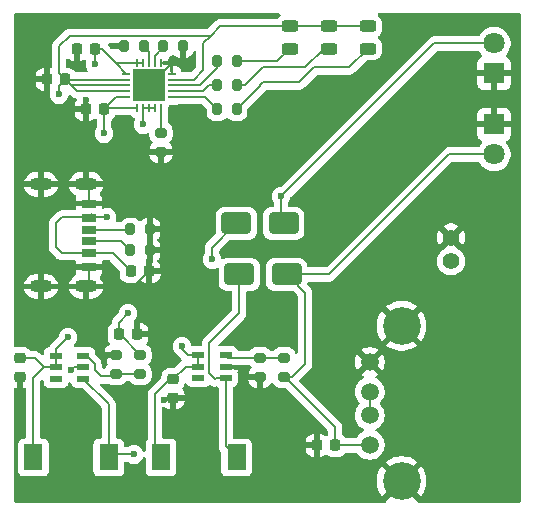
<source format=gbr>
%TF.GenerationSoftware,KiCad,Pcbnew,9.0.7*%
%TF.CreationDate,2026-01-27T16:03:40-08:00*%
%TF.ProjectId,charging-circuit,63686172-6769-46e6-972d-636972637569,rev?*%
%TF.SameCoordinates,Original*%
%TF.FileFunction,Copper,L1,Top*%
%TF.FilePolarity,Positive*%
%FSLAX46Y46*%
G04 Gerber Fmt 4.6, Leading zero omitted, Abs format (unit mm)*
G04 Created by KiCad (PCBNEW 9.0.7) date 2026-01-27 16:03:40*
%MOMM*%
%LPD*%
G01*
G04 APERTURE LIST*
G04 Aperture macros list*
%AMRoundRect*
0 Rectangle with rounded corners*
0 $1 Rounding radius*
0 $2 $3 $4 $5 $6 $7 $8 $9 X,Y pos of 4 corners*
0 Add a 4 corners polygon primitive as box body*
4,1,4,$2,$3,$4,$5,$6,$7,$8,$9,$2,$3,0*
0 Add four circle primitives for the rounded corners*
1,1,$1+$1,$2,$3*
1,1,$1+$1,$4,$5*
1,1,$1+$1,$6,$7*
1,1,$1+$1,$8,$9*
0 Add four rect primitives between the rounded corners*
20,1,$1+$1,$2,$3,$4,$5,0*
20,1,$1+$1,$4,$5,$6,$7,0*
20,1,$1+$1,$6,$7,$8,$9,0*
20,1,$1+$1,$8,$9,$2,$3,0*%
G04 Aperture macros list end*
%TA.AperFunction,SMDPad,CuDef*%
%ADD10RoundRect,0.225000X0.225000X0.250000X-0.225000X0.250000X-0.225000X-0.250000X0.225000X-0.250000X0*%
%TD*%
%TA.AperFunction,SMDPad,CuDef*%
%ADD11R,1.600000X2.200000*%
%TD*%
%TA.AperFunction,SMDPad,CuDef*%
%ADD12RoundRect,0.200000X-0.275000X0.200000X-0.275000X-0.200000X0.275000X-0.200000X0.275000X0.200000X0*%
%TD*%
%TA.AperFunction,ComponentPad*%
%ADD13R,1.800000X1.800000*%
%TD*%
%TA.AperFunction,ComponentPad*%
%ADD14C,1.800000*%
%TD*%
%TA.AperFunction,SMDPad,CuDef*%
%ADD15RoundRect,0.200000X-0.200000X-0.275000X0.200000X-0.275000X0.200000X0.275000X-0.200000X0.275000X0*%
%TD*%
%TA.AperFunction,SMDPad,CuDef*%
%ADD16RoundRect,0.200000X0.200000X0.275000X-0.200000X0.275000X-0.200000X-0.275000X0.200000X-0.275000X0*%
%TD*%
%TA.AperFunction,SMDPad,CuDef*%
%ADD17RoundRect,0.225000X-0.250000X0.225000X-0.250000X-0.225000X0.250000X-0.225000X0.250000X0.225000X0*%
%TD*%
%TA.AperFunction,SMDPad,CuDef*%
%ADD18R,1.200000X0.700000*%
%TD*%
%TA.AperFunction,SMDPad,CuDef*%
%ADD19R,1.200000X0.800000*%
%TD*%
%TA.AperFunction,ComponentPad*%
%ADD20O,1.900000X1.100000*%
%TD*%
%TA.AperFunction,SMDPad,CuDef*%
%ADD21R,1.070000X0.530000*%
%TD*%
%TA.AperFunction,SMDPad,CuDef*%
%ADD22RoundRect,0.225000X-0.225000X-0.250000X0.225000X-0.250000X0.225000X0.250000X-0.225000X0.250000X0*%
%TD*%
%TA.AperFunction,ComponentPad*%
%ADD23C,1.400000*%
%TD*%
%TA.AperFunction,SMDPad,CuDef*%
%ADD24RoundRect,0.250000X-1.000000X-0.650000X1.000000X-0.650000X1.000000X0.650000X-1.000000X0.650000X0*%
%TD*%
%TA.AperFunction,SMDPad,CuDef*%
%ADD25RoundRect,0.242500X0.457500X-0.242500X0.457500X0.242500X-0.457500X0.242500X-0.457500X-0.242500X0*%
%TD*%
%TA.AperFunction,ComponentPad*%
%ADD26C,1.520000*%
%TD*%
%TA.AperFunction,ComponentPad*%
%ADD27C,3.200000*%
%TD*%
%TA.AperFunction,SMDPad,CuDef*%
%ADD28R,0.280000X0.660000*%
%TD*%
%TA.AperFunction,SMDPad,CuDef*%
%ADD29R,0.660000X0.280000*%
%TD*%
%TA.AperFunction,SMDPad,CuDef*%
%ADD30R,2.700000X2.700000*%
%TD*%
%TA.AperFunction,SMDPad,CuDef*%
%ADD31RoundRect,0.200000X0.275000X-0.200000X0.275000X0.200000X-0.275000X0.200000X-0.275000X-0.200000X0*%
%TD*%
%TA.AperFunction,ViaPad*%
%ADD32C,0.600000*%
%TD*%
%TA.AperFunction,Conductor*%
%ADD33C,0.200000*%
%TD*%
G04 APERTURE END LIST*
D10*
%TO.P,C3,1*%
%TO.N,GND*%
X57930000Y-83566000D03*
%TO.P,C3,2*%
%TO.N,/12 Vout*%
X56370000Y-83566000D03*
%TD*%
D11*
%TO.P,L1,1,1*%
%TO.N,/VSYS*%
X59944000Y-93980000D03*
%TO.P,L1,2,2*%
%TO.N,Net-(U2-SW)*%
X66344000Y-93980000D03*
%TD*%
D12*
%TO.P,R8,1*%
%TO.N,/12 Vout*%
X58166000Y-85286000D03*
%TO.P,R8,2*%
%TO.N,Net-(U3-FB)*%
X58166000Y-86926000D03*
%TD*%
D13*
%TO.P,H1,1,1*%
%TO.N,GND*%
X88138000Y-61468000D03*
D14*
%TO.P,H1,2,2*%
%TO.N,/12 Vout*%
X88138000Y-58928000D03*
%TD*%
D15*
%TO.P,RPROG3,1*%
%TO.N,Net-(U4-PROG3)*%
X60140000Y-59182000D03*
%TO.P,RPROG3,2*%
%TO.N,GND*%
X61780000Y-59182000D03*
%TD*%
D16*
%TO.P,R6,1*%
%TO.N,Net-(D3-Pad1)*%
X66352000Y-62484000D03*
%TO.P,R6,2*%
%TO.N,Net-(U4-STAT2)*%
X64712000Y-62484000D03*
%TD*%
%TO.P,R7,1*%
%TO.N,Net-(D1-Pad1)*%
X66352000Y-60452000D03*
%TO.P,R7,2*%
%TO.N,Net-(U4-STAT1{slash}~{LBO})*%
X64712000Y-60452000D03*
%TD*%
D15*
%TO.P,R2,1*%
%TO.N,Net-(J1-CC2)*%
X57356500Y-76454000D03*
%TO.P,R2,2*%
%TO.N,GND*%
X58996500Y-76454000D03*
%TD*%
D17*
%TO.P,C7,1*%
%TO.N,/VSYS*%
X60960000Y-87358000D03*
%TO.P,C7,2*%
%TO.N,GND*%
X60960000Y-88918000D03*
%TD*%
D15*
%TO.P,R1,1*%
%TO.N,Net-(J1-CC1)*%
X57356500Y-74676000D03*
%TO.P,R1,2*%
%TO.N,GND*%
X58996500Y-74676000D03*
%TD*%
D18*
%TO.P,J1,A5,CC1*%
%TO.N,Net-(J1-CC1)*%
X53848000Y-74684000D03*
%TO.P,J1,A9,VBUS*%
%TO.N,VBUS*%
X53848000Y-76684000D03*
D19*
%TO.P,J1,A12,GND*%
%TO.N,GND*%
X53848000Y-77884000D03*
D18*
%TO.P,J1,B5,CC2*%
%TO.N,Net-(J1-CC2)*%
X53848000Y-75684000D03*
%TO.P,J1,B9,VBUS*%
%TO.N,VBUS*%
X53848000Y-73684000D03*
D19*
%TO.P,J1,B12,GND*%
%TO.N,GND*%
X53848000Y-72484000D03*
D20*
%TO.P,J1,S1,SHIELD*%
X53598000Y-70864000D03*
X49788000Y-70864000D03*
X53598000Y-79504000D03*
X49788000Y-79504000D03*
%TD*%
D12*
%TO.P,R5,1*%
%TO.N,Net-(U4-THERM)*%
X59944000Y-66490000D03*
%TO.P,R5,2*%
%TO.N,GND*%
X59944000Y-68130000D03*
%TD*%
D21*
%TO.P,U2,1,SW*%
%TO.N,Net-(U2-SW)*%
X65412000Y-87244000D03*
%TO.P,U2,2,GND*%
%TO.N,GND*%
X65412000Y-86294000D03*
%TO.P,U2,3,FB*%
%TO.N,Net-(U2-FB)*%
X65412000Y-85344000D03*
%TO.P,U2,4,EN*%
%TO.N,/VSYS*%
X63112000Y-85344000D03*
%TO.P,U2,5,IN*%
X63112000Y-86294000D03*
%TO.P,U2,6,NC*%
%TO.N,unconnected-(U2-NC-Pad6)*%
X63112000Y-87244000D03*
%TD*%
D10*
%TO.P,C2,1*%
%TO.N,VBUS*%
X51834000Y-61976000D03*
%TO.P,C2,2*%
%TO.N,GND*%
X50274000Y-61976000D03*
%TD*%
D22*
%TO.P,C4,1*%
%TO.N,GND*%
X73134000Y-92964000D03*
%TO.P,C4,2*%
%TO.N,/5 Vout*%
X74694000Y-92964000D03*
%TD*%
D23*
%TO.P,U5,1,1*%
%TO.N,Net-(U4-V_{BAT_SENSE})*%
X84498218Y-77370410D03*
%TO.P,U5,2,2*%
%TO.N,GND*%
X84498218Y-75370410D03*
%TD*%
D24*
%TO.P,D5,1*%
%TO.N,Net-(U2-SW)*%
X66580000Y-78486000D03*
%TO.P,D5,2*%
%TO.N,/5 Vout*%
X70580000Y-78486000D03*
%TD*%
D21*
%TO.P,U3,1,SW*%
%TO.N,Net-(U3-SW)*%
X53354000Y-87310000D03*
%TO.P,U3,2,GND*%
%TO.N,GND*%
X53354000Y-86360000D03*
%TO.P,U3,3,FB*%
%TO.N,Net-(U3-FB)*%
X53354000Y-85410000D03*
%TO.P,U3,4,EN*%
%TO.N,/VSYS*%
X51054000Y-85410000D03*
%TO.P,U3,5,IN*%
X51054000Y-86360000D03*
%TO.P,U3,6,NC*%
%TO.N,unconnected-(U3-NC-Pad6)*%
X51054000Y-87310000D03*
%TD*%
D12*
%TO.P,R3,1*%
%TO.N,Net-(U2-FB)*%
X68326000Y-85540000D03*
%TO.P,R3,2*%
%TO.N,GND*%
X68326000Y-87180000D03*
%TD*%
D25*
%TO.P,D1,1*%
%TO.N,Net-(D1-Pad1)*%
X70866000Y-59360000D03*
%TO.P,D1,2*%
%TO.N,VBUS*%
X70866000Y-57480000D03*
%TD*%
D15*
%TO.P,RPROG1,1*%
%TO.N,GND*%
X56838000Y-59182000D03*
%TO.P,RPROG1,2*%
%TO.N,Net-(U4-PROG1)*%
X58478000Y-59182000D03*
%TD*%
D25*
%TO.P,D2,1*%
%TO.N,Net-(D2-Pad1)*%
X77470000Y-59360000D03*
%TO.P,D2,2*%
%TO.N,VBUS*%
X77470000Y-57480000D03*
%TD*%
D16*
%TO.P,R11,1*%
%TO.N,Net-(D2-Pad1)*%
X66352000Y-64516000D03*
%TO.P,R11,2*%
%TO.N,Net-(U4-~{PG})*%
X64712000Y-64516000D03*
%TD*%
D26*
%TO.P,J2,1,VBUS*%
%TO.N,/5 Vout*%
X77616000Y-92908000D03*
%TO.P,J2,2,D-*%
%TO.N,Net-(J2-D+)*%
X77616000Y-90408000D03*
%TO.P,J2,3,D+*%
X77616000Y-88408000D03*
%TO.P,J2,4,GND*%
%TO.N,GND*%
X77616000Y-85908000D03*
D27*
%TO.P,J2,5,Shield*%
X80316000Y-95978000D03*
X80316000Y-82838000D03*
%TD*%
D22*
%TO.P,C1,1*%
%TO.N,GND*%
X52814000Y-59436000D03*
%TO.P,C1,2*%
%TO.N,Net-(U4-V_{BAT_SENSE})*%
X54374000Y-59436000D03*
%TD*%
D11*
%TO.P,L2,1,1*%
%TO.N,/VSYS*%
X49124000Y-93980000D03*
%TO.P,L2,2,2*%
%TO.N,Net-(U3-SW)*%
X55524000Y-93980000D03*
%TD*%
D22*
%TO.P,C6,1*%
%TO.N,GND*%
X53576000Y-64516000D03*
%TO.P,C6,2*%
%TO.N,/VSYS*%
X55136000Y-64516000D03*
%TD*%
D25*
%TO.P,D3,1*%
%TO.N,Net-(D3-Pad1)*%
X74168000Y-59360000D03*
%TO.P,D3,2*%
%TO.N,VBUS*%
X74168000Y-57480000D03*
%TD*%
D10*
%TO.P,C8,1*%
%TO.N,GND*%
X58956500Y-78232000D03*
%TO.P,C8,2*%
%TO.N,VBUS*%
X57396500Y-78232000D03*
%TD*%
D28*
%TO.P,U4,1,OUT*%
%TO.N,/VSYS*%
X57928000Y-64394000D03*
%TO.P,U4,2,VPCC*%
%TO.N,VBUS*%
X58428000Y-64394000D03*
%TO.P,U4,3,SEL*%
X58928000Y-64394000D03*
%TO.P,U4,4,PROG2*%
X59428000Y-64394000D03*
%TO.P,U4,5,THERM*%
%TO.N,Net-(U4-THERM)*%
X59928000Y-64394000D03*
D29*
%TO.P,U4,6,~{PG}*%
%TO.N,Net-(U4-~{PG})*%
X60838000Y-63484000D03*
%TO.P,U4,7,STAT2*%
%TO.N,Net-(U4-STAT2)*%
X60838000Y-62984000D03*
%TO.P,U4,8,STAT1/~{LBO}*%
%TO.N,Net-(U4-STAT1{slash}~{LBO})*%
X60838000Y-62484000D03*
%TO.P,U4,9,~{TE}*%
%TO.N,VBUS*%
X60838000Y-61984000D03*
%TO.P,U4,10,V_{SS}*%
%TO.N,GND*%
X60838000Y-61484000D03*
D28*
%TO.P,U4,11,V_{SS}*%
X59928000Y-60574000D03*
%TO.P,U4,12,PROG3*%
%TO.N,Net-(U4-PROG3)*%
X59428000Y-60574000D03*
%TO.P,U4,13,PROG1*%
%TO.N,Net-(U4-PROG1)*%
X58928000Y-60574000D03*
%TO.P,U4,14,V_{BAT}*%
%TO.N,Net-(U4-V_{BAT_SENSE})*%
X58428000Y-60574000D03*
%TO.P,U4,15,V_{BAT}*%
X57928000Y-60574000D03*
D29*
%TO.P,U4,16,V_{BAT_SENSE}*%
X57018000Y-61484000D03*
%TO.P,U4,17,CE*%
%TO.N,VBUS*%
X57018000Y-61984000D03*
%TO.P,U4,18,IN*%
X57018000Y-62484000D03*
%TO.P,U4,19,IN*%
X57018000Y-62984000D03*
%TO.P,U4,20,OUT*%
%TO.N,/VSYS*%
X57018000Y-63484000D03*
D30*
%TO.P,U4,21,V_{SS}*%
%TO.N,GND*%
X58928000Y-62484000D03*
%TD*%
D24*
%TO.P,D4,1*%
%TO.N,Net-(U3-SW)*%
X66326000Y-74168000D03*
%TO.P,D4,2*%
%TO.N,/12 Vout*%
X70326000Y-74168000D03*
%TD*%
D13*
%TO.P,H2,1,1*%
%TO.N,GND*%
X88138000Y-65786000D03*
D14*
%TO.P,H2,2,2*%
%TO.N,/5 Vout*%
X88138000Y-68326000D03*
%TD*%
D17*
%TO.P,C5,1*%
%TO.N,/VSYS*%
X48006000Y-85580000D03*
%TO.P,C5,2*%
%TO.N,GND*%
X48006000Y-87140000D03*
%TD*%
D31*
%TO.P,R10,1*%
%TO.N,/5 Vout*%
X70358000Y-87180000D03*
%TO.P,R10,2*%
%TO.N,Net-(U2-FB)*%
X70358000Y-85540000D03*
%TD*%
%TO.P,R9,1*%
%TO.N,Net-(U3-FB)*%
X56134000Y-86926000D03*
%TO.P,R9,2*%
%TO.N,GND*%
X56134000Y-85286000D03*
%TD*%
D32*
%TO.N,/VSYS*%
X61722000Y-84582000D03*
X55118000Y-66548000D03*
X52070000Y-83820000D03*
%TO.N,VBUS*%
X58420000Y-65786000D03*
X55374000Y-73660000D03*
X51308000Y-63246000D03*
%TO.N,GND*%
X60198000Y-89154000D03*
X52324000Y-86614000D03*
X59944000Y-69596000D03*
X57658000Y-79502000D03*
X49022000Y-62230000D03*
X55118000Y-85852000D03*
X59436000Y-82804000D03*
X71628000Y-92964000D03*
X53594000Y-63754000D03*
X67056000Y-86868000D03*
X48260000Y-88392000D03*
X55880000Y-59182000D03*
X61976000Y-60452000D03*
X52832000Y-60706000D03*
%TO.N,Net-(U4-V_{BAT_SENSE})*%
X54356000Y-60706000D03*
%TO.N,Net-(U3-SW)*%
X64262000Y-77216000D03*
X57658000Y-93726000D03*
%TO.N,/12 Vout*%
X57150000Y-81788000D03*
X70104000Y-71882000D03*
%TD*%
D33*
%TO.N,/VSYS*%
X59436000Y-93472000D02*
X59944000Y-93980000D01*
X60724000Y-87358000D02*
X59436000Y-88646000D01*
X59436000Y-88646000D02*
X59436000Y-93472000D01*
X56168000Y-63484000D02*
X55136000Y-64516000D01*
X49124000Y-87274000D02*
X49124000Y-93980000D01*
X63112000Y-86294000D02*
X62024000Y-86294000D01*
X51054000Y-85410000D02*
X51054000Y-86360000D01*
X62024000Y-86294000D02*
X60960000Y-87358000D01*
X55136000Y-66530000D02*
X55118000Y-66548000D01*
X55258000Y-64394000D02*
X55136000Y-64516000D01*
X57928000Y-64394000D02*
X55258000Y-64394000D01*
X63112000Y-85344000D02*
X63112000Y-86294000D01*
X55136000Y-64516000D02*
X55136000Y-66530000D01*
X51054000Y-84836000D02*
X51054000Y-85410000D01*
X60960000Y-87358000D02*
X60724000Y-87358000D01*
X49258000Y-85580000D02*
X50038000Y-86360000D01*
X57018000Y-63484000D02*
X56168000Y-63484000D01*
X51054000Y-86360000D02*
X50038000Y-86360000D01*
X52070000Y-83820000D02*
X51054000Y-84836000D01*
X48006000Y-85580000D02*
X49258000Y-85580000D01*
X61722000Y-84836000D02*
X61722000Y-84582000D01*
X62230000Y-85344000D02*
X63112000Y-85344000D01*
X62230000Y-85344000D02*
X61722000Y-84836000D01*
X50038000Y-86360000D02*
X49124000Y-87274000D01*
%TO.N,Net-(U4-STAT1{slash}~{LBO})*%
X64712000Y-60452000D02*
X64712000Y-61018000D01*
X63246000Y-62484000D02*
X60838000Y-62484000D01*
X64712000Y-61018000D02*
X63246000Y-62484000D01*
%TO.N,VBUS*%
X52342000Y-62484000D02*
X51834000Y-61976000D01*
X53872000Y-73660000D02*
X53848000Y-73684000D01*
X63500000Y-58928000D02*
X64135000Y-58293000D01*
X51540000Y-76684000D02*
X51056000Y-76200000D01*
X51842000Y-61984000D02*
X51834000Y-61976000D01*
X51308000Y-61450000D02*
X51834000Y-61976000D01*
X54126000Y-73406000D02*
X53848000Y-73684000D01*
X52842000Y-62984000D02*
X51834000Y-61976000D01*
X74168000Y-57480000D02*
X77470000Y-57480000D01*
X55848500Y-76684000D02*
X57396500Y-78232000D01*
X52197000Y-58293000D02*
X51308000Y-59182000D01*
X63500000Y-61214000D02*
X63500000Y-58928000D01*
X51056000Y-76200000D02*
X51056000Y-74168000D01*
X53848000Y-76684000D02*
X55848500Y-76684000D01*
X51564000Y-73660000D02*
X53824000Y-73660000D01*
X57018000Y-62984000D02*
X52842000Y-62984000D01*
X58428000Y-64394000D02*
X58428000Y-65778000D01*
X64135000Y-58293000D02*
X64948000Y-57480000D01*
X64948000Y-57480000D02*
X70866000Y-57480000D01*
X58428000Y-65778000D02*
X58420000Y-65786000D01*
X51056000Y-74168000D02*
X51564000Y-73660000D01*
X55374000Y-73660000D02*
X53872000Y-73660000D01*
X58928000Y-64394000D02*
X58428000Y-64394000D01*
X59428000Y-64394000D02*
X58928000Y-64394000D01*
X53824000Y-73660000D02*
X53848000Y-73684000D01*
X62730000Y-61984000D02*
X63500000Y-61214000D01*
X57018000Y-61984000D02*
X51842000Y-61984000D01*
X70688000Y-57658000D02*
X70866000Y-57480000D01*
X53848000Y-76684000D02*
X51540000Y-76684000D01*
X51308000Y-63246000D02*
X51308000Y-62502000D01*
X57018000Y-62484000D02*
X52342000Y-62484000D01*
X64135000Y-58293000D02*
X52197000Y-58293000D01*
X60838000Y-61984000D02*
X62730000Y-61984000D01*
X70866000Y-57480000D02*
X74168000Y-57480000D01*
X51308000Y-62502000D02*
X51834000Y-61976000D01*
X51308000Y-59182000D02*
X51308000Y-61450000D01*
%TO.N,GND*%
X53848000Y-71114000D02*
X53598000Y-70864000D01*
X60838000Y-60574000D02*
X60960000Y-60574000D01*
X52578000Y-86360000D02*
X53354000Y-86360000D01*
X50274000Y-61976000D02*
X49276000Y-61976000D01*
X61780000Y-60256000D02*
X61976000Y-60452000D01*
X73134000Y-92964000D02*
X71628000Y-92964000D01*
X58996500Y-76454000D02*
X58996500Y-78192000D01*
X57930000Y-83566000D02*
X58674000Y-83566000D01*
X53576000Y-63772000D02*
X53594000Y-63754000D01*
X59928000Y-60574000D02*
X60838000Y-60574000D01*
X65412000Y-86294000D02*
X66482000Y-86294000D01*
X55684000Y-85286000D02*
X55118000Y-85852000D01*
X60838000Y-60696000D02*
X60960000Y-60574000D01*
X52814000Y-60688000D02*
X52832000Y-60706000D01*
X48006000Y-88138000D02*
X48260000Y-88392000D01*
X66482000Y-86294000D02*
X67056000Y-86868000D01*
X56134000Y-85286000D02*
X55684000Y-85286000D01*
X53848000Y-79254000D02*
X53598000Y-79504000D01*
X56838000Y-59182000D02*
X55880000Y-59182000D01*
X58996500Y-78192000D02*
X58956500Y-78232000D01*
X60960000Y-60574000D02*
X61854000Y-60574000D01*
X61854000Y-60574000D02*
X61976000Y-60452000D01*
X58956500Y-78232000D02*
X58928000Y-78232000D01*
X60960000Y-88918000D02*
X60434000Y-88918000D01*
X60434000Y-88918000D02*
X60198000Y-89154000D01*
X53576000Y-64516000D02*
X53576000Y-63772000D01*
X52814000Y-59436000D02*
X52814000Y-60688000D01*
X52324000Y-86614000D02*
X52578000Y-86360000D01*
X58928000Y-62484000D02*
X60838000Y-60574000D01*
X58674000Y-83566000D02*
X59436000Y-82804000D01*
X53848000Y-77884000D02*
X53848000Y-79254000D01*
X48006000Y-87140000D02*
X48006000Y-88138000D01*
X67368000Y-87180000D02*
X67056000Y-86868000D01*
X60838000Y-61484000D02*
X60838000Y-60696000D01*
X53848000Y-72484000D02*
X53848000Y-71114000D01*
X61780000Y-59182000D02*
X61780000Y-60256000D01*
X49276000Y-61976000D02*
X49022000Y-62230000D01*
X68326000Y-87180000D02*
X67368000Y-87180000D01*
X58928000Y-78232000D02*
X57658000Y-79502000D01*
X59944000Y-68130000D02*
X59944000Y-69596000D01*
X58996500Y-74676000D02*
X58996500Y-76454000D01*
%TO.N,Net-(U4-STAT2)*%
X60846000Y-62992000D02*
X60838000Y-62984000D01*
X63500000Y-62992000D02*
X60846000Y-62992000D01*
X64008000Y-62484000D02*
X63500000Y-62992000D01*
X64712000Y-62484000D02*
X64008000Y-62484000D01*
%TO.N,Net-(U4-THERM)*%
X59944000Y-64410000D02*
X59928000Y-64394000D01*
X59944000Y-66490000D02*
X59944000Y-64410000D01*
%TO.N,Net-(U4-~{PG})*%
X64712000Y-64516000D02*
X63680000Y-63484000D01*
X63680000Y-63484000D02*
X60838000Y-63484000D01*
%TO.N,Net-(U4-PROG1)*%
X58928000Y-59690000D02*
X58928000Y-60574000D01*
X58478000Y-59182000D02*
X58478000Y-59240000D01*
X58478000Y-59240000D02*
X58928000Y-59690000D01*
%TO.N,Net-(U4-PROG3)*%
X60140000Y-59182000D02*
X60140000Y-59240000D01*
X59436000Y-60566000D02*
X59428000Y-60574000D01*
X59428000Y-59952000D02*
X59428000Y-60574000D01*
X60140000Y-59240000D02*
X59428000Y-59952000D01*
%TO.N,Net-(U4-V_{BAT_SENSE})*%
X54970000Y-59436000D02*
X56108000Y-60574000D01*
X57928000Y-60574000D02*
X56108000Y-60574000D01*
X58428000Y-60574000D02*
X57928000Y-60574000D01*
X54374000Y-59436000D02*
X54970000Y-59436000D01*
X54374000Y-59436000D02*
X54374000Y-60688000D01*
X56108000Y-60574000D02*
X57018000Y-61484000D01*
X54374000Y-60688000D02*
X54356000Y-60706000D01*
%TO.N,Net-(U2-FB)*%
X70358000Y-85540000D02*
X68326000Y-85540000D01*
X68326000Y-85540000D02*
X65608000Y-85540000D01*
X65608000Y-85540000D02*
X65412000Y-85344000D01*
%TO.N,Net-(U3-FB)*%
X55938000Y-87122000D02*
X56134000Y-86926000D01*
X54356000Y-86614000D02*
X54864000Y-87122000D01*
X55770529Y-86926000D02*
X56134000Y-86926000D01*
X54356000Y-86106000D02*
X54356000Y-86614000D01*
X56134000Y-86926000D02*
X58166000Y-86926000D01*
X54864000Y-87122000D02*
X55938000Y-87122000D01*
X53354000Y-85410000D02*
X53660000Y-85410000D01*
X53660000Y-85410000D02*
X54356000Y-86106000D01*
%TO.N,Net-(U3-SW)*%
X55524000Y-89480000D02*
X55524000Y-93980000D01*
X55118000Y-93574000D02*
X55524000Y-93980000D01*
X55778000Y-93726000D02*
X55524000Y-93980000D01*
X64262000Y-76232000D02*
X64262000Y-77216000D01*
X57658000Y-93726000D02*
X55778000Y-93726000D01*
X53354000Y-87310000D02*
X55524000Y-89480000D01*
X66326000Y-74168000D02*
X64262000Y-76232000D01*
%TO.N,/5 Vout*%
X77560000Y-92964000D02*
X77616000Y-92908000D01*
X74168000Y-78486000D02*
X84328000Y-68326000D01*
X74676000Y-92946000D02*
X74694000Y-92964000D01*
X72136000Y-80042000D02*
X72136000Y-86106000D01*
X70358000Y-87180000D02*
X70416000Y-87180000D01*
X70580000Y-78486000D02*
X74168000Y-78486000D01*
X74676000Y-91440000D02*
X74676000Y-92946000D01*
X70580000Y-78486000D02*
X72136000Y-80042000D01*
X74694000Y-92964000D02*
X77560000Y-92964000D01*
X71062000Y-87180000D02*
X70358000Y-87180000D01*
X72136000Y-86106000D02*
X71062000Y-87180000D01*
X84328000Y-68326000D02*
X88138000Y-68326000D01*
X70416000Y-87180000D02*
X74676000Y-91440000D01*
%TO.N,Net-(J1-CC1)*%
X57348500Y-74684000D02*
X57356500Y-74676000D01*
X53848000Y-74684000D02*
X57348500Y-74684000D01*
%TO.N,Net-(J1-CC2)*%
X56586500Y-75684000D02*
X57356500Y-76454000D01*
X53848000Y-75684000D02*
X56586500Y-75684000D01*
%TO.N,Net-(U2-SW)*%
X66580000Y-81756000D02*
X64008000Y-84328000D01*
X64008000Y-86868000D02*
X64516000Y-87376000D01*
X64516000Y-87376000D02*
X64648000Y-87244000D01*
X65412000Y-93048000D02*
X65412000Y-87244000D01*
X64008000Y-84328000D02*
X64008000Y-86868000D01*
X66580000Y-78486000D02*
X66580000Y-81756000D01*
X64648000Y-87244000D02*
X65412000Y-87244000D01*
X66344000Y-93980000D02*
X65412000Y-93048000D01*
%TO.N,Net-(D1-Pad1)*%
X66352000Y-60452000D02*
X69774000Y-60452000D01*
X69774000Y-60452000D02*
X70866000Y-59360000D01*
%TO.N,Net-(D2-Pad1)*%
X68580000Y-62230000D02*
X68326000Y-62484000D01*
X68326000Y-62484000D02*
X68326000Y-62542000D01*
X75870000Y-60960000D02*
X72898000Y-60960000D01*
X68326000Y-62542000D02*
X66352000Y-64516000D01*
X77470000Y-59360000D02*
X75870000Y-60960000D01*
X72898000Y-60960000D02*
X71628000Y-62230000D01*
X71628000Y-62230000D02*
X68580000Y-62230000D01*
%TO.N,Net-(D3-Pad1)*%
X67056000Y-62484000D02*
X68580000Y-60960000D01*
X72136000Y-60960000D02*
X73736000Y-59360000D01*
X68580000Y-60960000D02*
X72136000Y-60960000D01*
X73736000Y-59360000D02*
X74168000Y-59360000D01*
X66352000Y-62484000D02*
X67056000Y-62484000D01*
%TO.N,/12 Vout*%
X83058000Y-58928000D02*
X70104000Y-71882000D01*
X88138000Y-58928000D02*
X83058000Y-58928000D01*
X70104000Y-71882000D02*
X70104000Y-73946000D01*
X56370000Y-82568000D02*
X57150000Y-81788000D01*
X70104000Y-73946000D02*
X70326000Y-74168000D01*
X56370000Y-83566000D02*
X56370000Y-82568000D01*
X56370000Y-83566000D02*
X56446000Y-83566000D01*
X56446000Y-83566000D02*
X58166000Y-85286000D01*
%TO.N,Net-(J2-D+)*%
X77616000Y-88408000D02*
X77616000Y-90408000D01*
%TD*%
%TA.AperFunction,Conductor*%
%TO.N,GND*%
G36*
X70012411Y-56400185D02*
G01*
X70058166Y-56452989D01*
X70068110Y-56522147D01*
X70039085Y-56585703D01*
X70010470Y-56610038D01*
X69944528Y-56650711D01*
X69821713Y-56773526D01*
X69821712Y-56773528D01*
X69792678Y-56820598D01*
X69740732Y-56867321D01*
X69687141Y-56879500D01*
X65034670Y-56879500D01*
X65034654Y-56879499D01*
X65027058Y-56879499D01*
X64868943Y-56879499D01*
X64792579Y-56899961D01*
X64716214Y-56920423D01*
X64716209Y-56920426D01*
X64579290Y-56999475D01*
X64579282Y-56999481D01*
X63922584Y-57656181D01*
X63861261Y-57689666D01*
X63834903Y-57692500D01*
X52283669Y-57692500D01*
X52283653Y-57692499D01*
X52276057Y-57692499D01*
X52117943Y-57692499D01*
X52010587Y-57721265D01*
X51965210Y-57733424D01*
X51965209Y-57733425D01*
X51915096Y-57762359D01*
X51915095Y-57762360D01*
X51871689Y-57787420D01*
X51828285Y-57812479D01*
X51828282Y-57812481D01*
X50827481Y-58813282D01*
X50827475Y-58813290D01*
X50781168Y-58893498D01*
X50781168Y-58893499D01*
X50748423Y-58950214D01*
X50748423Y-58950215D01*
X50707499Y-59102943D01*
X50707499Y-59102945D01*
X50707499Y-59271046D01*
X50707500Y-59271059D01*
X50707500Y-60880051D01*
X50687815Y-60947090D01*
X50635011Y-60992845D01*
X50570898Y-61003409D01*
X50547324Y-61001000D01*
X50524000Y-61001000D01*
X50524000Y-62971589D01*
X50532718Y-62987555D01*
X50533170Y-63038104D01*
X50507500Y-63167159D01*
X50507500Y-63324846D01*
X50538261Y-63479489D01*
X50538264Y-63479501D01*
X50598602Y-63625172D01*
X50598609Y-63625185D01*
X50686210Y-63756288D01*
X50686213Y-63756292D01*
X50797707Y-63867786D01*
X50797711Y-63867789D01*
X50928814Y-63955390D01*
X50928827Y-63955397D01*
X51074498Y-64015735D01*
X51074503Y-64015737D01*
X51229153Y-64046499D01*
X51229156Y-64046500D01*
X51229158Y-64046500D01*
X51386844Y-64046500D01*
X51386845Y-64046499D01*
X51541497Y-64015737D01*
X51687179Y-63955394D01*
X51818289Y-63867789D01*
X51929789Y-63756289D01*
X52017394Y-63625179D01*
X52077737Y-63479497D01*
X52100589Y-63364611D01*
X52105298Y-63355607D01*
X52106024Y-63345469D01*
X52121220Y-63325169D01*
X52132973Y-63302701D01*
X52141805Y-63297671D01*
X52147896Y-63289536D01*
X52171653Y-63280674D01*
X52193689Y-63268127D01*
X52203837Y-63268670D01*
X52213360Y-63265119D01*
X52238137Y-63270509D01*
X52263458Y-63271866D01*
X52273519Y-63278206D01*
X52281633Y-63279971D01*
X52309887Y-63301122D01*
X52357139Y-63348374D01*
X52357149Y-63348385D01*
X52361479Y-63352715D01*
X52361480Y-63352716D01*
X52473284Y-63464520D01*
X52560095Y-63514639D01*
X52610215Y-63543577D01*
X52753111Y-63581865D01*
X52757945Y-63583602D01*
X52782175Y-63601284D01*
X52807782Y-63616893D01*
X52810099Y-63621663D01*
X52814384Y-63624790D01*
X52825206Y-63652760D01*
X52838312Y-63679739D01*
X52837682Y-63685005D01*
X52839596Y-63689952D01*
X52833578Y-63719333D01*
X52830018Y-63749115D01*
X52826377Y-63754494D01*
X52825577Y-63758401D01*
X52819561Y-63764564D01*
X52803712Y-63787983D01*
X52778424Y-63813271D01*
X52689457Y-63957507D01*
X52689452Y-63957518D01*
X52636144Y-64118393D01*
X52626000Y-64217677D01*
X52626000Y-64266000D01*
X53452000Y-64266000D01*
X53519039Y-64285685D01*
X53564794Y-64338489D01*
X53576000Y-64390000D01*
X53576000Y-64516000D01*
X53702000Y-64516000D01*
X53769039Y-64535685D01*
X53814794Y-64588489D01*
X53826000Y-64640000D01*
X53826000Y-65490999D01*
X53849308Y-65490999D01*
X53849322Y-65490998D01*
X53948607Y-65480855D01*
X54109481Y-65427547D01*
X54109492Y-65427542D01*
X54253729Y-65338575D01*
X54267960Y-65324343D01*
X54269346Y-65323586D01*
X54270136Y-65322220D01*
X54299898Y-65306901D01*
X54329282Y-65290855D01*
X54330856Y-65290967D01*
X54332260Y-65290245D01*
X54365584Y-65293449D01*
X54398974Y-65295836D01*
X54400743Y-65296830D01*
X54401808Y-65296933D01*
X54406861Y-65300268D01*
X54432362Y-65314600D01*
X54438130Y-65319142D01*
X54457956Y-65338968D01*
X54482642Y-65354194D01*
X54488216Y-65358584D01*
X54504513Y-65381502D01*
X54523321Y-65402412D01*
X54525170Y-65410552D01*
X54528707Y-65415525D01*
X54529333Y-65428870D01*
X54535500Y-65456004D01*
X54535500Y-65947059D01*
X54515815Y-66014098D01*
X54499181Y-66034740D01*
X54496213Y-66037707D01*
X54496210Y-66037711D01*
X54408609Y-66168814D01*
X54408602Y-66168827D01*
X54348264Y-66314498D01*
X54348261Y-66314510D01*
X54317500Y-66469153D01*
X54317500Y-66626846D01*
X54348261Y-66781489D01*
X54348264Y-66781501D01*
X54408602Y-66927172D01*
X54408609Y-66927185D01*
X54496210Y-67058288D01*
X54496213Y-67058292D01*
X54607707Y-67169786D01*
X54607711Y-67169789D01*
X54738814Y-67257390D01*
X54738827Y-67257397D01*
X54884498Y-67317735D01*
X54884503Y-67317737D01*
X55039153Y-67348499D01*
X55039156Y-67348500D01*
X55039158Y-67348500D01*
X55196844Y-67348500D01*
X55196845Y-67348499D01*
X55351497Y-67317737D01*
X55497179Y-67257394D01*
X55628289Y-67169789D01*
X55739789Y-67058289D01*
X55827394Y-66927179D01*
X55828090Y-66925500D01*
X55887735Y-66781501D01*
X55887737Y-66781497D01*
X55918500Y-66626842D01*
X55918500Y-66469158D01*
X55918500Y-66469155D01*
X55918499Y-66469153D01*
X55887738Y-66314510D01*
X55887737Y-66314503D01*
X55880192Y-66296288D01*
X55827397Y-66168827D01*
X55827390Y-66168814D01*
X55757398Y-66064064D01*
X55736520Y-65997387D01*
X55736500Y-65995173D01*
X55736500Y-65456004D01*
X55756185Y-65388965D01*
X55795403Y-65350465D01*
X55814044Y-65338968D01*
X55933968Y-65219044D01*
X56023003Y-65074697D01*
X56026058Y-65068147D01*
X56028489Y-65069280D01*
X56061173Y-65022061D01*
X56125686Y-64995230D01*
X56139119Y-64994500D01*
X57303222Y-64994500D01*
X57370261Y-65014185D01*
X57402489Y-65044190D01*
X57430449Y-65081541D01*
X57430452Y-65081544D01*
X57430454Y-65081546D01*
X57430457Y-65081548D01*
X57545664Y-65167793D01*
X57545671Y-65167797D01*
X57658713Y-65209959D01*
X57714647Y-65251830D01*
X57739064Y-65317294D01*
X57724212Y-65385567D01*
X57718484Y-65395030D01*
X57710607Y-65406818D01*
X57710602Y-65406827D01*
X57650264Y-65552498D01*
X57650261Y-65552510D01*
X57619500Y-65707153D01*
X57619500Y-65864846D01*
X57650261Y-66019489D01*
X57650264Y-66019501D01*
X57710602Y-66165172D01*
X57710609Y-66165185D01*
X57798210Y-66296288D01*
X57798213Y-66296292D01*
X57909707Y-66407786D01*
X57909711Y-66407789D01*
X58040814Y-66495390D01*
X58040827Y-66495397D01*
X58186498Y-66555735D01*
X58186503Y-66555737D01*
X58341153Y-66586499D01*
X58341156Y-66586500D01*
X58341158Y-66586500D01*
X58498844Y-66586500D01*
X58498845Y-66586499D01*
X58653497Y-66555737D01*
X58739574Y-66520083D01*
X58797048Y-66496277D01*
X58866517Y-66488808D01*
X58928996Y-66520083D01*
X58964648Y-66580172D01*
X58968500Y-66610838D01*
X58968500Y-66746613D01*
X58974913Y-66817192D01*
X59025522Y-66979606D01*
X59113530Y-67125188D01*
X59211015Y-67222673D01*
X59244500Y-67283996D01*
X59239516Y-67353688D01*
X59211015Y-67398035D01*
X59113928Y-67495121D01*
X59113927Y-67495122D01*
X59025980Y-67640604D01*
X58975409Y-67802893D01*
X58969000Y-67873427D01*
X58969000Y-67880000D01*
X60918999Y-67880000D01*
X60918999Y-67873417D01*
X60912591Y-67802897D01*
X60912590Y-67802892D01*
X60862018Y-67640603D01*
X60774072Y-67495122D01*
X60676984Y-67398034D01*
X60643499Y-67336711D01*
X60648483Y-67267019D01*
X60676983Y-67222673D01*
X60774472Y-67125185D01*
X60862478Y-66979606D01*
X60913086Y-66817196D01*
X60919500Y-66746616D01*
X60919500Y-66233384D01*
X60913086Y-66162804D01*
X60862478Y-66000394D01*
X60774472Y-65854815D01*
X60774470Y-65854813D01*
X60774469Y-65854811D01*
X60654188Y-65734530D01*
X60604348Y-65704400D01*
X60557162Y-65652871D01*
X60544500Y-65598284D01*
X60544500Y-64901018D01*
X60552318Y-64857685D01*
X60562091Y-64831483D01*
X60568500Y-64771873D01*
X60568499Y-64303181D01*
X60588183Y-64236143D01*
X60604818Y-64215501D01*
X60659501Y-64160818D01*
X60682691Y-64148155D01*
X60703848Y-64132317D01*
X60715569Y-64130202D01*
X60720824Y-64127333D01*
X60728450Y-64127878D01*
X60747182Y-64124499D01*
X61215871Y-64124499D01*
X61215872Y-64124499D01*
X61275483Y-64118091D01*
X61344584Y-64092318D01*
X61387917Y-64084500D01*
X63379903Y-64084500D01*
X63446942Y-64104185D01*
X63467584Y-64120819D01*
X63775181Y-64428416D01*
X63808666Y-64489739D01*
X63811500Y-64516097D01*
X63811500Y-64847613D01*
X63817913Y-64918192D01*
X63817913Y-64918194D01*
X63817914Y-64918196D01*
X63868522Y-65080606D01*
X63955509Y-65224500D01*
X63956530Y-65226188D01*
X64076811Y-65346469D01*
X64076813Y-65346470D01*
X64076815Y-65346472D01*
X64222394Y-65434478D01*
X64384804Y-65485086D01*
X64455384Y-65491500D01*
X64455387Y-65491500D01*
X64968613Y-65491500D01*
X64968616Y-65491500D01*
X65039196Y-65485086D01*
X65201606Y-65434478D01*
X65347185Y-65346472D01*
X65393389Y-65300268D01*
X65444319Y-65249339D01*
X65505642Y-65215854D01*
X65575334Y-65220838D01*
X65619681Y-65249339D01*
X65716811Y-65346469D01*
X65716813Y-65346470D01*
X65716815Y-65346472D01*
X65862394Y-65434478D01*
X66024804Y-65485086D01*
X66095384Y-65491500D01*
X66095387Y-65491500D01*
X66608613Y-65491500D01*
X66608616Y-65491500D01*
X66679196Y-65485086D01*
X66841606Y-65434478D01*
X66987185Y-65346472D01*
X67107472Y-65226185D01*
X67195478Y-65080606D01*
X67246086Y-64918196D01*
X67252500Y-64847616D01*
X67252500Y-64516097D01*
X67272185Y-64449058D01*
X67288819Y-64428416D01*
X68027283Y-63689952D01*
X68806520Y-62910716D01*
X68817036Y-62892500D01*
X68867603Y-62844285D01*
X68924424Y-62830500D01*
X71541331Y-62830500D01*
X71541347Y-62830501D01*
X71548943Y-62830501D01*
X71707054Y-62830501D01*
X71707057Y-62830501D01*
X71859785Y-62789577D01*
X71859787Y-62789575D01*
X71859789Y-62789575D01*
X71859790Y-62789574D01*
X71910640Y-62760216D01*
X71910641Y-62760215D01*
X71996716Y-62710520D01*
X72108520Y-62598716D01*
X72108520Y-62598714D01*
X72118724Y-62588511D01*
X72118727Y-62588506D01*
X73110416Y-61596819D01*
X73171739Y-61563334D01*
X73198097Y-61560500D01*
X75783331Y-61560500D01*
X75783347Y-61560501D01*
X75790943Y-61560501D01*
X75949054Y-61560501D01*
X75949057Y-61560501D01*
X76101785Y-61519577D01*
X76159155Y-61486454D01*
X76238716Y-61440520D01*
X76350520Y-61328716D01*
X76350520Y-61328714D01*
X76360724Y-61318511D01*
X76360727Y-61318506D01*
X77297417Y-60381819D01*
X77358740Y-60348334D01*
X77385098Y-60345500D01*
X77977005Y-60345500D01*
X77977010Y-60345500D01*
X78078770Y-60335104D01*
X78243643Y-60280471D01*
X78391472Y-60189288D01*
X78514288Y-60066472D01*
X78605471Y-59918643D01*
X78660104Y-59753770D01*
X78670500Y-59652010D01*
X78670500Y-59067990D01*
X78660104Y-58966230D01*
X78605471Y-58801357D01*
X78605467Y-58801351D01*
X78605466Y-58801348D01*
X78514290Y-58653531D01*
X78514287Y-58653527D01*
X78391472Y-58530712D01*
X78383084Y-58525538D01*
X78336360Y-58473592D01*
X78325137Y-58404630D01*
X78352980Y-58340547D01*
X78383083Y-58314462D01*
X78391472Y-58309288D01*
X78514288Y-58186472D01*
X78605471Y-58038643D01*
X78660104Y-57873770D01*
X78670500Y-57772010D01*
X78670500Y-57187990D01*
X78660104Y-57086230D01*
X78605471Y-56921357D01*
X78605467Y-56921351D01*
X78605466Y-56921348D01*
X78514290Y-56773531D01*
X78514287Y-56773527D01*
X78391471Y-56650711D01*
X78325530Y-56610038D01*
X78278806Y-56558090D01*
X78267585Y-56489127D01*
X78295428Y-56425045D01*
X78353497Y-56386190D01*
X78390628Y-56380500D01*
X90307500Y-56380500D01*
X90374539Y-56400185D01*
X90420294Y-56452989D01*
X90431500Y-56504500D01*
X90431500Y-97673500D01*
X90411815Y-97740539D01*
X90359011Y-97786294D01*
X90307500Y-97797500D01*
X81735052Y-97797500D01*
X81668013Y-97777815D01*
X81622258Y-97725011D01*
X81611317Y-97665390D01*
X81613686Y-97629239D01*
X80934541Y-96950095D01*
X81065182Y-96855179D01*
X81193179Y-96727182D01*
X81288095Y-96596541D01*
X81967239Y-97275686D01*
X81967241Y-97275686D01*
X82065825Y-97147211D01*
X82065836Y-97147194D01*
X82203472Y-96908802D01*
X82203479Y-96908787D01*
X82308819Y-96654471D01*
X82380069Y-96388565D01*
X82416000Y-96115641D01*
X82416000Y-95840358D01*
X82380069Y-95567434D01*
X82308819Y-95301528D01*
X82203479Y-95047212D01*
X82203472Y-95047197D01*
X82065836Y-94808804D01*
X81967240Y-94680312D01*
X81288094Y-95359457D01*
X81193179Y-95228818D01*
X81065182Y-95100821D01*
X80934541Y-95005904D01*
X81613686Y-94326758D01*
X81485196Y-94228163D01*
X81246802Y-94090527D01*
X81246787Y-94090520D01*
X80992471Y-93985180D01*
X80726565Y-93913930D01*
X80453642Y-93878000D01*
X80178358Y-93878000D01*
X79905434Y-93913930D01*
X79639528Y-93985180D01*
X79385212Y-94090520D01*
X79385197Y-94090527D01*
X79146799Y-94228166D01*
X79018312Y-94326757D01*
X79018312Y-94326758D01*
X79697458Y-95005904D01*
X79566818Y-95100821D01*
X79438821Y-95228818D01*
X79343904Y-95359458D01*
X78664758Y-94680312D01*
X78664757Y-94680312D01*
X78566166Y-94808799D01*
X78428527Y-95047197D01*
X78428520Y-95047212D01*
X78323180Y-95301528D01*
X78251930Y-95567434D01*
X78216000Y-95840358D01*
X78216000Y-96115641D01*
X78251930Y-96388565D01*
X78323180Y-96654471D01*
X78428520Y-96908787D01*
X78428527Y-96908802D01*
X78566163Y-97147196D01*
X78664758Y-97275686D01*
X79343903Y-96596540D01*
X79438821Y-96727182D01*
X79566818Y-96855179D01*
X79697458Y-96950094D01*
X79018311Y-97629241D01*
X79020681Y-97665390D01*
X79005424Y-97733573D01*
X78955725Y-97782684D01*
X78896947Y-97797500D01*
X47614500Y-97797500D01*
X47547461Y-97777815D01*
X47501706Y-97725011D01*
X47490500Y-97673500D01*
X47490500Y-88205125D01*
X47510185Y-88138086D01*
X47562989Y-88092331D01*
X47627103Y-88081767D01*
X47707683Y-88089999D01*
X47755999Y-88089998D01*
X47756000Y-88089998D01*
X47756000Y-87264000D01*
X47775685Y-87196961D01*
X47828489Y-87151206D01*
X47880000Y-87140000D01*
X48132000Y-87140000D01*
X48199039Y-87159685D01*
X48244794Y-87212489D01*
X48256000Y-87264000D01*
X48256000Y-88089999D01*
X48304308Y-88089999D01*
X48304320Y-88089998D01*
X48386897Y-88081562D01*
X48455590Y-88094331D01*
X48506475Y-88142211D01*
X48523500Y-88204920D01*
X48523500Y-92255500D01*
X48503815Y-92322539D01*
X48451011Y-92368294D01*
X48399501Y-92379500D01*
X48276130Y-92379500D01*
X48276123Y-92379501D01*
X48216516Y-92385908D01*
X48081671Y-92436202D01*
X48081664Y-92436206D01*
X47966455Y-92522452D01*
X47966452Y-92522455D01*
X47880206Y-92637664D01*
X47880202Y-92637671D01*
X47829908Y-92772517D01*
X47826009Y-92808790D01*
X47823501Y-92832123D01*
X47823500Y-92832135D01*
X47823500Y-95127870D01*
X47823501Y-95127876D01*
X47829908Y-95187483D01*
X47880202Y-95322328D01*
X47880206Y-95322335D01*
X47966452Y-95437544D01*
X47966455Y-95437547D01*
X48081664Y-95523793D01*
X48081671Y-95523797D01*
X48216517Y-95574091D01*
X48216516Y-95574091D01*
X48223444Y-95574835D01*
X48276127Y-95580500D01*
X49971872Y-95580499D01*
X50031483Y-95574091D01*
X50166331Y-95523796D01*
X50281546Y-95437546D01*
X50367796Y-95322331D01*
X50418091Y-95187483D01*
X50424500Y-95127873D01*
X50424499Y-92832128D01*
X50418091Y-92772517D01*
X50378242Y-92665677D01*
X50367797Y-92637671D01*
X50367793Y-92637664D01*
X50281547Y-92522455D01*
X50281544Y-92522452D01*
X50166335Y-92436206D01*
X50166328Y-92436202D01*
X50031482Y-92385908D01*
X50031483Y-92385908D01*
X49971883Y-92379501D01*
X49971881Y-92379500D01*
X49971873Y-92379500D01*
X49971865Y-92379500D01*
X49848500Y-92379500D01*
X49781461Y-92359815D01*
X49735706Y-92307011D01*
X49724500Y-92255500D01*
X49724500Y-87574096D01*
X49733143Y-87544659D01*
X49739667Y-87514670D01*
X49743422Y-87509653D01*
X49744185Y-87507057D01*
X49760814Y-87486420D01*
X49806821Y-87440412D01*
X49868141Y-87406929D01*
X49937832Y-87411913D01*
X49993766Y-87453783D01*
X50018184Y-87519248D01*
X50018500Y-87528094D01*
X50018500Y-87622869D01*
X50018501Y-87622876D01*
X50024908Y-87682483D01*
X50075202Y-87817328D01*
X50075206Y-87817335D01*
X50161452Y-87932544D01*
X50161455Y-87932547D01*
X50276664Y-88018793D01*
X50276671Y-88018797D01*
X50411517Y-88069091D01*
X50411516Y-88069091D01*
X50418444Y-88069835D01*
X50471127Y-88075500D01*
X51636872Y-88075499D01*
X51696483Y-88069091D01*
X51831331Y-88018796D01*
X51946546Y-87932546D01*
X52032796Y-87817331D01*
X52083091Y-87682483D01*
X52083092Y-87682470D01*
X52083319Y-87681515D01*
X52083705Y-87680836D01*
X52085802Y-87675215D01*
X52086712Y-87675554D01*
X52117885Y-87620795D01*
X52179792Y-87588402D01*
X52249384Y-87594620D01*
X52304567Y-87637476D01*
X52321864Y-87675339D01*
X52322198Y-87675215D01*
X52323935Y-87679874D01*
X52324673Y-87681488D01*
X52324907Y-87682478D01*
X52375202Y-87817328D01*
X52375206Y-87817335D01*
X52461452Y-87932544D01*
X52461455Y-87932547D01*
X52576664Y-88018793D01*
X52576671Y-88018797D01*
X52621618Y-88035561D01*
X52711517Y-88069091D01*
X52771127Y-88075500D01*
X53218902Y-88075499D01*
X53285941Y-88095183D01*
X53306583Y-88111818D01*
X54887181Y-89692416D01*
X54920666Y-89753739D01*
X54923500Y-89780097D01*
X54923500Y-92255500D01*
X54903815Y-92322539D01*
X54851011Y-92368294D01*
X54799501Y-92379500D01*
X54676130Y-92379500D01*
X54676123Y-92379501D01*
X54616516Y-92385908D01*
X54481671Y-92436202D01*
X54481664Y-92436206D01*
X54366455Y-92522452D01*
X54366452Y-92522455D01*
X54280206Y-92637664D01*
X54280202Y-92637671D01*
X54229908Y-92772517D01*
X54226009Y-92808790D01*
X54223501Y-92832123D01*
X54223500Y-92832135D01*
X54223500Y-95127870D01*
X54223501Y-95127876D01*
X54229908Y-95187483D01*
X54280202Y-95322328D01*
X54280206Y-95322335D01*
X54366452Y-95437544D01*
X54366455Y-95437547D01*
X54481664Y-95523793D01*
X54481671Y-95523797D01*
X54616517Y-95574091D01*
X54616516Y-95574091D01*
X54623444Y-95574835D01*
X54676127Y-95580500D01*
X56371872Y-95580499D01*
X56431483Y-95574091D01*
X56566331Y-95523796D01*
X56681546Y-95437546D01*
X56767796Y-95322331D01*
X56818091Y-95187483D01*
X56824500Y-95127873D01*
X56824500Y-94450500D01*
X56827050Y-94441814D01*
X56825762Y-94432853D01*
X56836740Y-94408812D01*
X56844185Y-94383461D01*
X56851025Y-94377533D01*
X56854787Y-94369297D01*
X56877021Y-94355007D01*
X56896989Y-94337706D01*
X56907503Y-94335418D01*
X56913565Y-94331523D01*
X56948500Y-94326500D01*
X57078234Y-94326500D01*
X57145273Y-94346185D01*
X57147125Y-94347398D01*
X57278814Y-94435390D01*
X57278827Y-94435397D01*
X57424498Y-94495735D01*
X57424503Y-94495737D01*
X57579153Y-94526499D01*
X57579156Y-94526500D01*
X57579158Y-94526500D01*
X57736844Y-94526500D01*
X57736845Y-94526499D01*
X57891497Y-94495737D01*
X58037179Y-94435394D01*
X58168289Y-94347789D01*
X58279789Y-94236289D01*
X58367394Y-94105179D01*
X58404940Y-94014532D01*
X58448779Y-93960133D01*
X58515073Y-93938067D01*
X58582772Y-93955346D01*
X58630383Y-94006482D01*
X58643500Y-94061988D01*
X58643500Y-95127870D01*
X58643501Y-95127876D01*
X58649908Y-95187483D01*
X58700202Y-95322328D01*
X58700206Y-95322335D01*
X58786452Y-95437544D01*
X58786455Y-95437547D01*
X58901664Y-95523793D01*
X58901671Y-95523797D01*
X59036517Y-95574091D01*
X59036516Y-95574091D01*
X59043444Y-95574835D01*
X59096127Y-95580500D01*
X60791872Y-95580499D01*
X60851483Y-95574091D01*
X60986331Y-95523796D01*
X61101546Y-95437546D01*
X61187796Y-95322331D01*
X61238091Y-95187483D01*
X61244500Y-95127873D01*
X61244499Y-92832128D01*
X61238091Y-92772517D01*
X61198242Y-92665677D01*
X61187797Y-92637671D01*
X61187793Y-92637664D01*
X61101547Y-92522455D01*
X61101544Y-92522452D01*
X60986335Y-92436206D01*
X60986328Y-92436202D01*
X60851482Y-92385908D01*
X60851483Y-92385908D01*
X60791883Y-92379501D01*
X60791881Y-92379500D01*
X60791873Y-92379500D01*
X60791865Y-92379500D01*
X60160500Y-92379500D01*
X60093461Y-92359815D01*
X60047706Y-92307011D01*
X60036500Y-92255500D01*
X60036500Y-89794167D01*
X60056185Y-89727128D01*
X60108989Y-89681373D01*
X60178147Y-89671429D01*
X60241703Y-89700454D01*
X60248181Y-89706486D01*
X60257267Y-89715572D01*
X60257271Y-89715575D01*
X60401507Y-89804542D01*
X60401518Y-89804547D01*
X60562393Y-89857855D01*
X60661683Y-89867999D01*
X61210000Y-89867999D01*
X61258308Y-89867999D01*
X61258322Y-89867998D01*
X61357607Y-89857855D01*
X61518481Y-89804547D01*
X61518492Y-89804542D01*
X61662728Y-89715575D01*
X61662732Y-89715572D01*
X61782572Y-89595732D01*
X61782575Y-89595728D01*
X61871542Y-89451492D01*
X61871547Y-89451481D01*
X61924855Y-89290606D01*
X61934999Y-89191322D01*
X61935000Y-89191309D01*
X61935000Y-89168000D01*
X61210000Y-89168000D01*
X61210000Y-89867999D01*
X60661683Y-89867999D01*
X60709999Y-89867998D01*
X60710000Y-89867998D01*
X60710000Y-89042000D01*
X60729685Y-88974961D01*
X60782489Y-88929206D01*
X60834000Y-88918000D01*
X60960000Y-88918000D01*
X60960000Y-88792000D01*
X60979685Y-88724961D01*
X61032489Y-88679206D01*
X61084000Y-88668000D01*
X61934999Y-88668000D01*
X61934999Y-88644692D01*
X61934998Y-88644677D01*
X61924855Y-88545392D01*
X61871547Y-88384518D01*
X61871542Y-88384507D01*
X61782575Y-88240271D01*
X61782572Y-88240267D01*
X61768339Y-88226034D01*
X61734854Y-88164711D01*
X61739838Y-88095019D01*
X61768339Y-88050672D01*
X61782968Y-88036044D01*
X61790720Y-88023477D01*
X61871998Y-87891705D01*
X61871997Y-87891705D01*
X61872003Y-87891697D01*
X61909829Y-87777544D01*
X61949600Y-87720101D01*
X62014116Y-87693278D01*
X62082892Y-87705593D01*
X62126013Y-87745634D01*
X62127888Y-87744231D01*
X62219452Y-87866544D01*
X62219455Y-87866547D01*
X62334664Y-87952793D01*
X62334671Y-87952797D01*
X62469517Y-88003091D01*
X62469516Y-88003091D01*
X62476444Y-88003835D01*
X62529127Y-88009500D01*
X63694872Y-88009499D01*
X63754483Y-88003091D01*
X63889331Y-87952796D01*
X64004546Y-87866546D01*
X64004545Y-87866546D01*
X64008782Y-87863375D01*
X64074246Y-87838957D01*
X64142519Y-87853808D01*
X64145094Y-87855254D01*
X64147282Y-87856517D01*
X64147284Y-87856519D01*
X64284215Y-87935577D01*
X64436943Y-87976501D01*
X64436946Y-87976501D01*
X64595057Y-87976501D01*
X64616801Y-87970674D01*
X64637504Y-87971165D01*
X64657744Y-87966763D01*
X64682944Y-87972245D01*
X64686650Y-87972333D01*
X64692231Y-87974265D01*
X64711613Y-87981494D01*
X64730832Y-87988662D01*
X64786766Y-88030533D01*
X64811184Y-88095997D01*
X64811500Y-88104844D01*
X64811500Y-92961330D01*
X64811499Y-92961348D01*
X64811499Y-93127054D01*
X64811498Y-93127054D01*
X64811499Y-93127057D01*
X64852423Y-93279785D01*
X64872591Y-93314716D01*
X64899663Y-93361607D01*
X64931479Y-93416715D01*
X65007181Y-93492417D01*
X65040666Y-93553740D01*
X65043500Y-93580098D01*
X65043500Y-95127870D01*
X65043501Y-95127876D01*
X65049908Y-95187483D01*
X65100202Y-95322328D01*
X65100206Y-95322335D01*
X65186452Y-95437544D01*
X65186455Y-95437547D01*
X65301664Y-95523793D01*
X65301671Y-95523797D01*
X65436517Y-95574091D01*
X65436516Y-95574091D01*
X65443444Y-95574835D01*
X65496127Y-95580500D01*
X67191872Y-95580499D01*
X67251483Y-95574091D01*
X67386331Y-95523796D01*
X67501546Y-95437546D01*
X67587796Y-95322331D01*
X67638091Y-95187483D01*
X67644500Y-95127873D01*
X67644499Y-93960133D01*
X67644499Y-93262322D01*
X72184001Y-93262322D01*
X72194144Y-93361607D01*
X72247452Y-93522481D01*
X72247457Y-93522492D01*
X72336424Y-93666728D01*
X72336427Y-93666732D01*
X72456267Y-93786572D01*
X72456271Y-93786575D01*
X72600507Y-93875542D01*
X72600518Y-93875547D01*
X72761393Y-93928855D01*
X72860683Y-93938999D01*
X72884000Y-93938998D01*
X72884000Y-93214000D01*
X72184001Y-93214000D01*
X72184001Y-93262322D01*
X67644499Y-93262322D01*
X67644499Y-93162638D01*
X67644499Y-92832129D01*
X67644498Y-92832123D01*
X67644497Y-92832116D01*
X67638091Y-92772517D01*
X67598242Y-92665677D01*
X72184000Y-92665677D01*
X72184000Y-92714000D01*
X72884000Y-92714000D01*
X72884000Y-91988999D01*
X72860693Y-91989000D01*
X72860674Y-91989001D01*
X72761392Y-91999144D01*
X72600518Y-92052452D01*
X72600507Y-92052457D01*
X72456271Y-92141424D01*
X72456267Y-92141427D01*
X72336427Y-92261267D01*
X72336424Y-92261271D01*
X72247457Y-92405507D01*
X72247452Y-92405518D01*
X72194144Y-92566393D01*
X72184000Y-92665677D01*
X67598242Y-92665677D01*
X67587796Y-92637669D01*
X67587795Y-92637668D01*
X67587793Y-92637664D01*
X67501547Y-92522455D01*
X67501544Y-92522452D01*
X67386335Y-92436206D01*
X67386328Y-92436202D01*
X67251482Y-92385908D01*
X67251483Y-92385908D01*
X67191883Y-92379501D01*
X67191881Y-92379500D01*
X67191873Y-92379500D01*
X67191865Y-92379500D01*
X66136500Y-92379500D01*
X66069461Y-92359815D01*
X66023706Y-92307011D01*
X66012500Y-92255500D01*
X66012500Y-88104845D01*
X66032185Y-88037806D01*
X66084989Y-87992051D01*
X66093167Y-87988663D01*
X66189328Y-87952797D01*
X66189327Y-87952797D01*
X66189331Y-87952796D01*
X66304546Y-87866546D01*
X66390796Y-87751331D01*
X66441091Y-87616483D01*
X66447500Y-87556873D01*
X66447500Y-87436582D01*
X67351001Y-87436582D01*
X67357408Y-87507102D01*
X67357409Y-87507107D01*
X67407981Y-87669396D01*
X67495927Y-87814877D01*
X67616122Y-87935072D01*
X67761604Y-88023019D01*
X67761603Y-88023019D01*
X67923894Y-88073590D01*
X67923892Y-88073590D01*
X67994418Y-88079999D01*
X68075999Y-88079998D01*
X68076000Y-88079998D01*
X68076000Y-87430000D01*
X67351001Y-87430000D01*
X67351001Y-87436582D01*
X66447500Y-87436582D01*
X66447499Y-87239849D01*
X66447499Y-86931129D01*
X66447498Y-86931123D01*
X66447377Y-86930000D01*
X66441091Y-86871517D01*
X66418749Y-86811617D01*
X66413766Y-86741927D01*
X66418751Y-86724950D01*
X66440597Y-86666379D01*
X66440597Y-86666377D01*
X66446999Y-86606844D01*
X66447000Y-86606827D01*
X66447000Y-86544000D01*
X66235287Y-86544000D01*
X66191954Y-86536182D01*
X66054482Y-86484908D01*
X66054483Y-86484908D01*
X65994883Y-86478501D01*
X65994881Y-86478500D01*
X65994873Y-86478500D01*
X65994865Y-86478500D01*
X65536000Y-86478500D01*
X65527314Y-86475949D01*
X65518353Y-86477238D01*
X65494312Y-86466259D01*
X65468961Y-86458815D01*
X65463033Y-86451974D01*
X65454797Y-86448213D01*
X65440507Y-86425978D01*
X65423206Y-86406011D01*
X65420918Y-86395496D01*
X65417023Y-86389435D01*
X65412000Y-86354500D01*
X65412000Y-86264501D01*
X65431685Y-86197462D01*
X65484489Y-86151707D01*
X65536000Y-86140501D01*
X65694653Y-86140501D01*
X65694669Y-86140500D01*
X67409480Y-86140500D01*
X67438920Y-86149144D01*
X67468907Y-86155668D01*
X67473922Y-86159422D01*
X67476519Y-86160185D01*
X67497160Y-86176818D01*
X67593015Y-86272673D01*
X67626500Y-86333996D01*
X67621516Y-86403688D01*
X67593015Y-86448035D01*
X67495928Y-86545121D01*
X67495927Y-86545122D01*
X67407980Y-86690604D01*
X67357409Y-86852893D01*
X67351000Y-86923427D01*
X67351000Y-86930000D01*
X68202000Y-86930000D01*
X68269039Y-86949685D01*
X68314794Y-87002489D01*
X68326000Y-87054000D01*
X68326000Y-87180000D01*
X68452000Y-87180000D01*
X68519039Y-87199685D01*
X68564794Y-87252489D01*
X68576000Y-87304000D01*
X68576000Y-88079999D01*
X68657581Y-88079999D01*
X68728102Y-88073591D01*
X68728107Y-88073590D01*
X68890396Y-88023018D01*
X69035877Y-87935072D01*
X69156072Y-87814877D01*
X69235590Y-87683339D01*
X69287118Y-87636152D01*
X69355977Y-87624313D01*
X69420306Y-87651582D01*
X69447823Y-87683338D01*
X69499896Y-87769477D01*
X69527530Y-87815188D01*
X69647811Y-87935469D01*
X69647813Y-87935470D01*
X69647815Y-87935472D01*
X69793394Y-88023478D01*
X69955804Y-88074086D01*
X70026384Y-88080500D01*
X70415903Y-88080500D01*
X70482942Y-88100185D01*
X70503584Y-88116819D01*
X74039181Y-91652416D01*
X74072666Y-91713739D01*
X74075500Y-91740097D01*
X74075500Y-92035097D01*
X74055815Y-92102136D01*
X74032818Y-92128710D01*
X74025189Y-92135336D01*
X74015956Y-92141032D01*
X73998253Y-92158734D01*
X73994964Y-92161592D01*
X73966999Y-92174404D01*
X73940001Y-92189146D01*
X73935523Y-92188825D01*
X73931443Y-92190695D01*
X73900998Y-92186355D01*
X73870309Y-92184160D01*
X73865953Y-92181360D01*
X73862273Y-92180836D01*
X73853968Y-92173657D01*
X73825965Y-92155660D01*
X73811732Y-92141427D01*
X73811728Y-92141424D01*
X73667492Y-92052457D01*
X73667481Y-92052452D01*
X73506606Y-91999144D01*
X73407322Y-91989000D01*
X73384000Y-91989000D01*
X73384000Y-93938999D01*
X73407308Y-93938999D01*
X73407322Y-93938998D01*
X73506607Y-93928855D01*
X73667481Y-93875547D01*
X73667492Y-93875542D01*
X73811729Y-93786575D01*
X73825960Y-93772343D01*
X73887282Y-93738855D01*
X73956974Y-93743836D01*
X74001327Y-93772339D01*
X74015955Y-93786967D01*
X74015959Y-93786970D01*
X74160294Y-93875998D01*
X74160297Y-93875999D01*
X74160303Y-93876003D01*
X74321292Y-93929349D01*
X74420655Y-93939500D01*
X74967344Y-93939499D01*
X74967352Y-93939498D01*
X74967355Y-93939498D01*
X75021760Y-93933940D01*
X75066708Y-93929349D01*
X75227697Y-93876003D01*
X75372044Y-93786968D01*
X75491968Y-93667044D01*
X75518887Y-93623402D01*
X75570835Y-93576678D01*
X75624425Y-93564500D01*
X76471730Y-93564500D01*
X76538769Y-93584185D01*
X76572047Y-93615614D01*
X76654544Y-93729161D01*
X76794839Y-93869456D01*
X76955354Y-93986077D01*
X77011209Y-94014536D01*
X77132131Y-94076149D01*
X77132133Y-94076149D01*
X77132136Y-94076151D01*
X77320832Y-94137463D01*
X77418814Y-94152981D01*
X77516791Y-94168500D01*
X77516796Y-94168500D01*
X77715209Y-94168500D01*
X77804278Y-94154392D01*
X77911168Y-94137463D01*
X78099864Y-94076151D01*
X78276646Y-93986077D01*
X78437161Y-93869456D01*
X78577456Y-93729161D01*
X78694077Y-93568646D01*
X78784151Y-93391864D01*
X78845463Y-93203168D01*
X78869245Y-93053011D01*
X78876500Y-93007209D01*
X78876500Y-92808790D01*
X78859570Y-92701906D01*
X78845463Y-92612832D01*
X78784151Y-92424136D01*
X78784149Y-92424133D01*
X78784149Y-92424131D01*
X78724473Y-92307011D01*
X78694077Y-92247354D01*
X78577456Y-92086839D01*
X78437161Y-91946544D01*
X78276646Y-91829923D01*
X78156063Y-91768484D01*
X78105269Y-91720511D01*
X78088474Y-91652690D01*
X78111011Y-91586555D01*
X78156063Y-91547516D01*
X78276646Y-91486077D01*
X78437161Y-91369456D01*
X78577456Y-91229161D01*
X78694077Y-91068646D01*
X78784151Y-90891864D01*
X78845463Y-90703168D01*
X78862392Y-90596278D01*
X78876500Y-90507209D01*
X78876500Y-90308790D01*
X78859570Y-90201906D01*
X78845463Y-90112832D01*
X78784151Y-89924136D01*
X78784149Y-89924133D01*
X78784149Y-89924131D01*
X78710760Y-89780097D01*
X78694077Y-89747354D01*
X78577456Y-89586839D01*
X78486298Y-89495681D01*
X78452813Y-89434358D01*
X78457797Y-89364666D01*
X78486298Y-89320319D01*
X78516011Y-89290606D01*
X78577456Y-89229161D01*
X78694077Y-89068646D01*
X78784151Y-88891864D01*
X78845463Y-88703168D01*
X78867038Y-88566945D01*
X78876500Y-88507209D01*
X78876500Y-88308790D01*
X78853801Y-88165478D01*
X78845463Y-88112832D01*
X78784151Y-87924136D01*
X78784149Y-87924133D01*
X78784149Y-87924131D01*
X78748317Y-87853808D01*
X78694077Y-87747354D01*
X78577456Y-87586839D01*
X78437161Y-87446544D01*
X78276646Y-87329923D01*
X78155513Y-87268203D01*
X78104718Y-87220230D01*
X78087923Y-87152409D01*
X78110460Y-87086274D01*
X78155514Y-87047234D01*
X78276383Y-86985648D01*
X78313283Y-86958837D01*
X78313284Y-86958836D01*
X77712745Y-86358297D01*
X77793551Y-86336646D01*
X77898443Y-86276087D01*
X77984087Y-86190443D01*
X78044646Y-86085551D01*
X78066297Y-86004745D01*
X78666836Y-86605284D01*
X78666837Y-86605283D01*
X78693648Y-86568382D01*
X78783688Y-86391672D01*
X78783689Y-86391669D01*
X78844973Y-86203052D01*
X78876000Y-86007163D01*
X78876000Y-85808836D01*
X78844973Y-85612947D01*
X78783689Y-85424330D01*
X78783688Y-85424327D01*
X78693645Y-85247612D01*
X78666838Y-85210715D01*
X78666837Y-85210714D01*
X78066297Y-85811254D01*
X78044646Y-85730449D01*
X77984087Y-85625557D01*
X77898443Y-85539913D01*
X77793551Y-85479354D01*
X77712744Y-85457701D01*
X78313283Y-84857161D01*
X78276380Y-84830350D01*
X78099672Y-84740311D01*
X78099669Y-84740310D01*
X77911052Y-84679026D01*
X77715163Y-84648000D01*
X77516837Y-84648000D01*
X77320947Y-84679026D01*
X77132330Y-84740310D01*
X77132322Y-84740313D01*
X76955615Y-84830352D01*
X76918715Y-84857160D01*
X76918715Y-84857161D01*
X77519255Y-85457701D01*
X77438449Y-85479354D01*
X77333557Y-85539913D01*
X77247913Y-85625557D01*
X77187354Y-85730449D01*
X77165701Y-85811255D01*
X76565161Y-85210715D01*
X76565160Y-85210715D01*
X76538352Y-85247615D01*
X76448313Y-85424322D01*
X76448310Y-85424330D01*
X76387026Y-85612947D01*
X76356000Y-85808836D01*
X76356000Y-86007163D01*
X76387026Y-86203052D01*
X76448310Y-86391669D01*
X76448311Y-86391672D01*
X76538350Y-86568380D01*
X76565161Y-86605283D01*
X77165701Y-86004743D01*
X77187354Y-86085551D01*
X77247913Y-86190443D01*
X77333557Y-86276087D01*
X77438449Y-86336646D01*
X77519254Y-86358297D01*
X76918714Y-86958837D01*
X76918715Y-86958838D01*
X76955612Y-86985645D01*
X77076485Y-87047234D01*
X77127281Y-87095209D01*
X77144076Y-87163030D01*
X77121539Y-87229165D01*
X77076485Y-87268204D01*
X76955352Y-87329924D01*
X76955349Y-87329926D01*
X76869255Y-87392477D01*
X76794839Y-87446544D01*
X76794837Y-87446546D01*
X76794836Y-87446546D01*
X76654546Y-87586836D01*
X76654546Y-87586837D01*
X76654544Y-87586839D01*
X76600477Y-87661255D01*
X76537926Y-87747349D01*
X76537924Y-87747352D01*
X76447850Y-87924131D01*
X76420728Y-88007604D01*
X76386537Y-88112832D01*
X76386536Y-88112835D01*
X76386536Y-88112837D01*
X76355500Y-88308790D01*
X76355500Y-88507209D01*
X76380967Y-88668000D01*
X76386537Y-88703168D01*
X76415401Y-88792000D01*
X76447850Y-88891868D01*
X76509021Y-89011922D01*
X76537923Y-89068646D01*
X76654544Y-89229161D01*
X76654546Y-89229163D01*
X76745702Y-89320319D01*
X76779187Y-89381642D01*
X76774203Y-89451334D01*
X76745702Y-89495681D01*
X76654546Y-89586836D01*
X76654546Y-89586837D01*
X76654544Y-89586839D01*
X76648086Y-89595728D01*
X76537926Y-89747349D01*
X76537924Y-89747352D01*
X76447850Y-89924131D01*
X76417193Y-90018484D01*
X76386537Y-90112832D01*
X76386536Y-90112835D01*
X76386536Y-90112837D01*
X76355500Y-90308790D01*
X76355500Y-90507209D01*
X76386536Y-90703162D01*
X76386537Y-90703168D01*
X76433140Y-90846596D01*
X76447850Y-90891868D01*
X76509021Y-91011922D01*
X76537923Y-91068646D01*
X76654544Y-91229161D01*
X76794839Y-91369456D01*
X76955354Y-91486077D01*
X77039714Y-91529060D01*
X77075934Y-91547515D01*
X77126730Y-91595490D01*
X77143525Y-91663311D01*
X77120988Y-91729446D01*
X77075934Y-91768485D01*
X76955352Y-91829924D01*
X76955349Y-91829926D01*
X76869255Y-91892477D01*
X76794839Y-91946544D01*
X76794837Y-91946546D01*
X76794836Y-91946546D01*
X76654546Y-92086836D01*
X76654546Y-92086837D01*
X76654544Y-92086839D01*
X76604543Y-92155660D01*
X76537923Y-92247353D01*
X76513241Y-92295795D01*
X76465266Y-92346591D01*
X76402756Y-92363500D01*
X75624425Y-92363500D01*
X75557386Y-92343815D01*
X75518887Y-92304598D01*
X75491968Y-92260956D01*
X75372041Y-92141029D01*
X75335401Y-92118429D01*
X75288678Y-92066481D01*
X75276500Y-92012892D01*
X75276500Y-91529060D01*
X75276501Y-91529047D01*
X75276501Y-91360944D01*
X75276501Y-91360943D01*
X75235577Y-91208216D01*
X75235573Y-91208209D01*
X75156524Y-91071290D01*
X75156518Y-91071282D01*
X71675916Y-87590680D01*
X71642431Y-87529357D01*
X71647415Y-87459665D01*
X71675916Y-87415318D01*
X72049019Y-87042215D01*
X72494506Y-86596728D01*
X72494511Y-86596724D01*
X72504714Y-86586520D01*
X72504716Y-86586520D01*
X72616520Y-86474716D01*
X72695577Y-86337784D01*
X72728492Y-86214943D01*
X72736500Y-86185058D01*
X72736500Y-86026943D01*
X72736500Y-82700358D01*
X78216000Y-82700358D01*
X78216000Y-82975641D01*
X78251930Y-83248565D01*
X78323180Y-83514471D01*
X78428520Y-83768787D01*
X78428527Y-83768802D01*
X78566163Y-84007196D01*
X78664758Y-84135686D01*
X79343903Y-83456540D01*
X79438821Y-83587182D01*
X79566818Y-83715179D01*
X79697458Y-83810094D01*
X79018312Y-84489240D01*
X79146804Y-84587836D01*
X79385197Y-84725472D01*
X79385212Y-84725479D01*
X79639528Y-84830819D01*
X79905434Y-84902069D01*
X80178358Y-84938000D01*
X80453642Y-84938000D01*
X80726565Y-84902069D01*
X80992471Y-84830819D01*
X81246787Y-84725479D01*
X81246802Y-84725472D01*
X81485194Y-84587836D01*
X81485211Y-84587825D01*
X81613686Y-84489241D01*
X81613686Y-84489239D01*
X80934541Y-83810095D01*
X81065182Y-83715179D01*
X81193179Y-83587182D01*
X81288095Y-83456541D01*
X81967239Y-84135686D01*
X81967241Y-84135686D01*
X82065825Y-84007211D01*
X82065836Y-84007194D01*
X82203472Y-83768802D01*
X82203479Y-83768787D01*
X82308819Y-83514471D01*
X82380069Y-83248565D01*
X82416000Y-82975641D01*
X82416000Y-82700358D01*
X82380069Y-82427434D01*
X82308819Y-82161528D01*
X82203479Y-81907212D01*
X82203472Y-81907197D01*
X82065836Y-81668804D01*
X81967240Y-81540312D01*
X81288094Y-82219457D01*
X81193179Y-82088818D01*
X81065182Y-81960821D01*
X80934541Y-81865904D01*
X81613686Y-81186758D01*
X81485196Y-81088163D01*
X81246802Y-80950527D01*
X81246787Y-80950520D01*
X80992471Y-80845180D01*
X80726565Y-80773930D01*
X80453642Y-80738000D01*
X80178358Y-80738000D01*
X79905434Y-80773930D01*
X79639528Y-80845180D01*
X79385212Y-80950520D01*
X79385197Y-80950527D01*
X79146799Y-81088166D01*
X79018312Y-81186757D01*
X79018312Y-81186758D01*
X79697458Y-81865904D01*
X79566818Y-81960821D01*
X79438821Y-82088818D01*
X79343904Y-82219458D01*
X78664758Y-81540312D01*
X78664757Y-81540312D01*
X78566166Y-81668799D01*
X78428527Y-81907197D01*
X78428520Y-81907212D01*
X78323180Y-82161528D01*
X78251930Y-82427434D01*
X78216000Y-82700358D01*
X72736500Y-82700358D01*
X72736500Y-79962943D01*
X72713204Y-79875999D01*
X72695577Y-79810215D01*
X72648521Y-79728712D01*
X72616520Y-79673284D01*
X72504716Y-79561480D01*
X72504715Y-79561479D01*
X72500385Y-79557149D01*
X72500374Y-79557139D01*
X72352177Y-79408942D01*
X72318692Y-79347619D01*
X72318607Y-79295295D01*
X72319998Y-79288799D01*
X72319999Y-79288797D01*
X72326627Y-79223921D01*
X72329286Y-79197897D01*
X72355682Y-79133205D01*
X72412863Y-79093054D01*
X72452644Y-79086500D01*
X74081331Y-79086500D01*
X74081347Y-79086501D01*
X74088943Y-79086501D01*
X74247054Y-79086501D01*
X74247057Y-79086501D01*
X74399785Y-79045577D01*
X74449904Y-79016639D01*
X74536716Y-78966520D01*
X74648520Y-78854716D01*
X74648520Y-78854714D01*
X74658728Y-78844507D01*
X74658729Y-78844504D01*
X76227310Y-77275923D01*
X83297718Y-77275923D01*
X83297718Y-77464896D01*
X83327277Y-77651528D01*
X83385672Y-77831246D01*
X83460445Y-77977994D01*
X83471458Y-77999609D01*
X83582528Y-78152483D01*
X83716145Y-78286100D01*
X83869019Y-78397170D01*
X83948565Y-78437700D01*
X84037381Y-78482955D01*
X84037383Y-78482955D01*
X84037386Y-78482957D01*
X84133715Y-78514256D01*
X84217099Y-78541350D01*
X84403732Y-78570910D01*
X84403737Y-78570910D01*
X84592704Y-78570910D01*
X84779336Y-78541350D01*
X84813175Y-78530355D01*
X84959050Y-78482957D01*
X85127417Y-78397170D01*
X85280291Y-78286100D01*
X85413908Y-78152483D01*
X85524978Y-77999609D01*
X85610765Y-77831242D01*
X85669158Y-77651528D01*
X85684396Y-77555319D01*
X85698718Y-77464896D01*
X85698718Y-77275923D01*
X85669158Y-77089291D01*
X85610763Y-76909573D01*
X85524977Y-76741210D01*
X85413908Y-76588337D01*
X85280291Y-76454720D01*
X85266107Y-76444415D01*
X85208740Y-76402735D01*
X85127417Y-76343650D01*
X85125510Y-76342678D01*
X85123784Y-76341424D01*
X85123260Y-76341103D01*
X85123285Y-76341061D01*
X85094133Y-76319879D01*
X84586812Y-75812557D01*
X84671916Y-75789754D01*
X84774532Y-75730509D01*
X84858317Y-75646724D01*
X84917562Y-75544108D01*
X84940365Y-75459003D01*
X85506100Y-76024738D01*
X85506101Y-76024738D01*
X85524549Y-75999347D01*
X85610303Y-75831047D01*
X85668669Y-75651412D01*
X85698218Y-75464857D01*
X85698218Y-75275962D01*
X85668669Y-75089407D01*
X85610303Y-74909772D01*
X85524547Y-74741469D01*
X85506101Y-74716080D01*
X85506100Y-74716079D01*
X84940365Y-75281815D01*
X84917562Y-75196712D01*
X84858317Y-75094096D01*
X84774532Y-75010311D01*
X84671916Y-74951066D01*
X84586812Y-74928262D01*
X85152546Y-74362526D01*
X85127151Y-74344076D01*
X84958855Y-74258324D01*
X84779220Y-74199958D01*
X84592665Y-74170410D01*
X84403771Y-74170410D01*
X84217215Y-74199958D01*
X84037580Y-74258324D01*
X83869278Y-74344079D01*
X83843888Y-74362526D01*
X83843887Y-74362526D01*
X84409624Y-74928262D01*
X84324520Y-74951066D01*
X84221904Y-75010311D01*
X84138119Y-75094096D01*
X84078874Y-75196712D01*
X84056070Y-75281815D01*
X83490334Y-74716079D01*
X83490334Y-74716080D01*
X83471887Y-74741470D01*
X83386132Y-74909772D01*
X83327766Y-75089407D01*
X83298218Y-75275962D01*
X83298218Y-75464857D01*
X83327766Y-75651412D01*
X83386132Y-75831047D01*
X83471884Y-75999343D01*
X83490334Y-76024738D01*
X84056070Y-75459003D01*
X84078874Y-75544108D01*
X84138119Y-75646724D01*
X84221904Y-75730509D01*
X84324520Y-75789754D01*
X84409623Y-75812557D01*
X83902301Y-76319879D01*
X83873149Y-76341061D01*
X83873175Y-76341103D01*
X83872653Y-76341422D01*
X83870930Y-76342675D01*
X83869028Y-76343644D01*
X83869021Y-76343648D01*
X83792582Y-76399185D01*
X83716145Y-76454720D01*
X83716143Y-76454722D01*
X83716142Y-76454722D01*
X83582530Y-76588334D01*
X83582530Y-76588335D01*
X83582528Y-76588337D01*
X83547729Y-76636234D01*
X83471458Y-76741210D01*
X83385672Y-76909573D01*
X83327277Y-77089291D01*
X83297718Y-77275923D01*
X76227310Y-77275923D01*
X84540417Y-68962819D01*
X84601740Y-68929334D01*
X84628098Y-68926500D01*
X86796164Y-68926500D01*
X86863203Y-68946185D01*
X86906648Y-68994204D01*
X86940185Y-69060023D01*
X87069752Y-69238358D01*
X87069756Y-69238363D01*
X87225636Y-69394243D01*
X87225641Y-69394247D01*
X87381192Y-69507260D01*
X87403978Y-69523815D01*
X87532375Y-69589237D01*
X87600393Y-69623895D01*
X87600396Y-69623896D01*
X87705221Y-69657955D01*
X87810049Y-69692015D01*
X88027778Y-69726500D01*
X88027779Y-69726500D01*
X88248221Y-69726500D01*
X88248222Y-69726500D01*
X88465951Y-69692015D01*
X88675606Y-69623895D01*
X88872022Y-69523815D01*
X89050365Y-69394242D01*
X89206242Y-69238365D01*
X89335815Y-69060022D01*
X89435895Y-68863606D01*
X89504015Y-68653951D01*
X89538500Y-68436222D01*
X89538500Y-68215778D01*
X89504015Y-67998049D01*
X89465659Y-67880000D01*
X89435896Y-67788396D01*
X89435895Y-67788393D01*
X89360591Y-67640604D01*
X89335815Y-67591978D01*
X89319260Y-67569192D01*
X89206247Y-67413641D01*
X89206243Y-67413636D01*
X89155683Y-67363076D01*
X89122198Y-67301753D01*
X89127182Y-67232061D01*
X89169054Y-67176128D01*
X89200031Y-67159213D01*
X89280086Y-67129354D01*
X89280093Y-67129350D01*
X89395187Y-67043190D01*
X89395190Y-67043187D01*
X89481350Y-66928093D01*
X89481354Y-66928086D01*
X89531596Y-66793379D01*
X89531598Y-66793372D01*
X89537999Y-66733844D01*
X89538000Y-66733827D01*
X89538000Y-66036000D01*
X88628762Y-66036000D01*
X88650530Y-65998297D01*
X88688012Y-65858410D01*
X88688012Y-65713590D01*
X88650530Y-65573703D01*
X88628762Y-65536000D01*
X89538000Y-65536000D01*
X89538000Y-64838172D01*
X89537999Y-64838155D01*
X89531598Y-64778627D01*
X89531596Y-64778620D01*
X89481354Y-64643913D01*
X89481350Y-64643906D01*
X89395190Y-64528812D01*
X89395187Y-64528809D01*
X89280093Y-64442649D01*
X89280086Y-64442645D01*
X89145379Y-64392403D01*
X89145372Y-64392401D01*
X89085844Y-64386000D01*
X88388000Y-64386000D01*
X88388000Y-65295238D01*
X88350297Y-65273470D01*
X88210410Y-65235988D01*
X88065590Y-65235988D01*
X87925703Y-65273470D01*
X87888000Y-65295238D01*
X87888000Y-64386000D01*
X87190155Y-64386000D01*
X87130627Y-64392401D01*
X87130620Y-64392403D01*
X86995913Y-64442645D01*
X86995906Y-64442649D01*
X86880812Y-64528809D01*
X86880809Y-64528812D01*
X86794649Y-64643906D01*
X86794645Y-64643913D01*
X86744403Y-64778620D01*
X86744401Y-64778627D01*
X86738000Y-64838155D01*
X86738000Y-65536000D01*
X87647238Y-65536000D01*
X87625470Y-65573703D01*
X87587988Y-65713590D01*
X87587988Y-65858410D01*
X87625470Y-65998297D01*
X87647238Y-66036000D01*
X86738000Y-66036000D01*
X86738000Y-66733844D01*
X86744401Y-66793372D01*
X86744403Y-66793379D01*
X86794645Y-66928086D01*
X86794649Y-66928093D01*
X86880809Y-67043187D01*
X86880812Y-67043190D01*
X86995906Y-67129350D01*
X86995913Y-67129354D01*
X87075968Y-67159213D01*
X87131902Y-67201084D01*
X87156319Y-67266549D01*
X87141467Y-67334822D01*
X87120317Y-67363075D01*
X87069756Y-67413636D01*
X87069752Y-67413641D01*
X86940185Y-67591976D01*
X86906648Y-67657796D01*
X86858674Y-67708591D01*
X86796164Y-67725500D01*
X84414670Y-67725500D01*
X84414654Y-67725499D01*
X84407058Y-67725499D01*
X84248943Y-67725499D01*
X84096215Y-67766423D01*
X84096213Y-67766423D01*
X84096213Y-67766424D01*
X83959281Y-67845482D01*
X73955584Y-77849181D01*
X73894261Y-77882666D01*
X73867903Y-77885500D01*
X72452643Y-77885500D01*
X72385604Y-77865815D01*
X72339849Y-77813011D01*
X72329285Y-77774102D01*
X72325657Y-77738596D01*
X72319999Y-77683203D01*
X72264814Y-77516666D01*
X72172712Y-77367344D01*
X72048656Y-77243288D01*
X71951357Y-77183274D01*
X71899336Y-77151187D01*
X71899331Y-77151185D01*
X71856985Y-77137153D01*
X71732797Y-77096001D01*
X71732795Y-77096000D01*
X71630010Y-77085500D01*
X69529998Y-77085500D01*
X69529981Y-77085501D01*
X69427203Y-77096000D01*
X69427200Y-77096001D01*
X69260668Y-77151185D01*
X69260663Y-77151187D01*
X69111342Y-77243289D01*
X68987289Y-77367342D01*
X68895187Y-77516663D01*
X68895185Y-77516668D01*
X68881158Y-77559000D01*
X68840001Y-77683203D01*
X68840001Y-77683204D01*
X68840000Y-77683204D01*
X68829500Y-77785983D01*
X68829500Y-79186001D01*
X68829501Y-79186018D01*
X68840000Y-79288796D01*
X68840001Y-79288799D01*
X68861895Y-79354869D01*
X68895186Y-79455334D01*
X68987288Y-79604656D01*
X69111344Y-79728712D01*
X69260666Y-79820814D01*
X69427203Y-79875999D01*
X69529991Y-79886500D01*
X71079902Y-79886499D01*
X71146941Y-79906184D01*
X71167583Y-79922818D01*
X71499181Y-80254416D01*
X71532666Y-80315739D01*
X71535500Y-80342097D01*
X71535500Y-85066894D01*
X71515815Y-85133933D01*
X71463011Y-85179688D01*
X71393853Y-85189632D01*
X71330297Y-85160607D01*
X71293115Y-85103785D01*
X71276478Y-85050394D01*
X71188472Y-84904815D01*
X71188470Y-84904813D01*
X71188469Y-84904811D01*
X71068188Y-84784530D01*
X71065417Y-84782855D01*
X70922606Y-84696522D01*
X70760196Y-84645914D01*
X70760194Y-84645913D01*
X70760192Y-84645913D01*
X70710778Y-84641423D01*
X70689616Y-84639500D01*
X70026384Y-84639500D01*
X70007145Y-84641248D01*
X69955807Y-84645913D01*
X69793393Y-84696522D01*
X69647811Y-84784530D01*
X69647810Y-84784531D01*
X69529161Y-84903181D01*
X69502233Y-84917884D01*
X69476415Y-84934477D01*
X69470214Y-84935368D01*
X69467838Y-84936666D01*
X69441480Y-84939500D01*
X69242520Y-84939500D01*
X69175481Y-84919815D01*
X69154839Y-84903181D01*
X69036188Y-84784530D01*
X69033417Y-84782855D01*
X68890606Y-84696522D01*
X68728196Y-84645914D01*
X68728194Y-84645913D01*
X68728192Y-84645913D01*
X68678778Y-84641423D01*
X68657616Y-84639500D01*
X67994384Y-84639500D01*
X67975145Y-84641248D01*
X67923807Y-84645913D01*
X67761393Y-84696522D01*
X67615811Y-84784530D01*
X67615810Y-84784531D01*
X67497161Y-84903181D01*
X67435838Y-84936666D01*
X67409480Y-84939500D01*
X66515245Y-84939500D01*
X66448206Y-84919815D01*
X66402451Y-84867011D01*
X66399063Y-84858833D01*
X66390797Y-84836671D01*
X66390793Y-84836664D01*
X66304547Y-84721455D01*
X66304544Y-84721452D01*
X66189335Y-84635206D01*
X66189328Y-84635202D01*
X66054482Y-84584908D01*
X66054483Y-84584908D01*
X65994883Y-84578501D01*
X65994881Y-84578500D01*
X65994873Y-84578500D01*
X65994865Y-84578500D01*
X64906095Y-84578500D01*
X64839056Y-84558815D01*
X64793301Y-84506011D01*
X64783357Y-84436853D01*
X64812382Y-84373297D01*
X64818388Y-84366846D01*
X66938506Y-82246727D01*
X66938511Y-82246724D01*
X66948714Y-82236520D01*
X66948716Y-82236520D01*
X67060520Y-82124716D01*
X67121102Y-82019784D01*
X67139577Y-81987785D01*
X67180500Y-81835058D01*
X67180500Y-81676943D01*
X67180500Y-80010499D01*
X67200185Y-79943460D01*
X67252989Y-79897705D01*
X67304500Y-79886499D01*
X67630002Y-79886499D01*
X67630008Y-79886499D01*
X67732797Y-79875999D01*
X67899334Y-79820814D01*
X68048656Y-79728712D01*
X68172712Y-79604656D01*
X68264814Y-79455334D01*
X68319999Y-79288797D01*
X68330500Y-79186009D01*
X68330499Y-77785992D01*
X68329284Y-77774102D01*
X68319999Y-77683203D01*
X68319998Y-77683200D01*
X68303695Y-77634000D01*
X68264814Y-77516666D01*
X68172712Y-77367344D01*
X68048656Y-77243288D01*
X67951357Y-77183274D01*
X67899336Y-77151187D01*
X67899331Y-77151185D01*
X67856985Y-77137153D01*
X67732797Y-77096001D01*
X67732795Y-77096000D01*
X67630010Y-77085500D01*
X65529998Y-77085500D01*
X65529981Y-77085501D01*
X65427203Y-77096000D01*
X65427200Y-77096001D01*
X65260668Y-77151185D01*
X65260666Y-77151185D01*
X65260666Y-77151186D01*
X65260663Y-77151188D01*
X65238535Y-77164836D01*
X65171142Y-77183274D01*
X65104479Y-77162349D01*
X65059711Y-77108706D01*
X65051824Y-77083486D01*
X65031738Y-76982510D01*
X65031737Y-76982503D01*
X65001529Y-76909573D01*
X64971397Y-76836827D01*
X64971390Y-76836814D01*
X64883398Y-76705125D01*
X64877747Y-76687078D01*
X64867523Y-76671169D01*
X64863071Y-76640207D01*
X64862520Y-76638447D01*
X64862500Y-76636234D01*
X64862500Y-76532096D01*
X64882185Y-76465057D01*
X64898815Y-76444419D01*
X65738416Y-75604817D01*
X65799739Y-75571333D01*
X65826097Y-75568499D01*
X67376002Y-75568499D01*
X67376008Y-75568499D01*
X67478797Y-75557999D01*
X67645334Y-75502814D01*
X67794656Y-75410712D01*
X67918712Y-75286656D01*
X68010814Y-75137334D01*
X68065999Y-74970797D01*
X68076500Y-74868009D01*
X68076499Y-73467992D01*
X68076498Y-73467983D01*
X68575500Y-73467983D01*
X68575500Y-74868001D01*
X68575501Y-74868018D01*
X68586000Y-74970796D01*
X68586001Y-74970799D01*
X68641185Y-75137331D01*
X68641187Y-75137336D01*
X68648610Y-75149371D01*
X68733288Y-75286656D01*
X68857344Y-75410712D01*
X69006666Y-75502814D01*
X69173203Y-75557999D01*
X69275991Y-75568500D01*
X71376008Y-75568499D01*
X71478797Y-75557999D01*
X71645334Y-75502814D01*
X71794656Y-75410712D01*
X71918712Y-75286656D01*
X72010814Y-75137334D01*
X72065999Y-74970797D01*
X72076500Y-74868009D01*
X72076499Y-73467992D01*
X72065999Y-73365203D01*
X72010814Y-73198666D01*
X71918712Y-73049344D01*
X71794656Y-72925288D01*
X71645334Y-72833186D01*
X71478797Y-72778001D01*
X71478795Y-72778000D01*
X71376016Y-72767500D01*
X71376009Y-72767500D01*
X70828500Y-72767500D01*
X70819814Y-72764949D01*
X70810853Y-72766238D01*
X70786812Y-72755259D01*
X70761461Y-72747815D01*
X70755533Y-72740974D01*
X70747297Y-72737213D01*
X70733007Y-72714978D01*
X70715706Y-72695011D01*
X70713418Y-72684496D01*
X70709523Y-72678435D01*
X70704500Y-72643500D01*
X70704500Y-72461765D01*
X70724185Y-72394726D01*
X70725398Y-72392874D01*
X70813390Y-72261185D01*
X70813390Y-72261184D01*
X70813394Y-72261179D01*
X70873737Y-72115497D01*
X70901362Y-71976620D01*
X70904638Y-71960150D01*
X70937023Y-71898239D01*
X70938518Y-71896716D01*
X83270416Y-59564819D01*
X83331739Y-59531334D01*
X83358097Y-59528500D01*
X86796164Y-59528500D01*
X86863203Y-59548185D01*
X86906648Y-59596204D01*
X86940185Y-59662023D01*
X87069752Y-59840358D01*
X87069756Y-59840363D01*
X87120316Y-59890923D01*
X87153801Y-59952246D01*
X87148817Y-60021938D01*
X87106945Y-60077871D01*
X87075969Y-60094785D01*
X86995918Y-60124643D01*
X86995906Y-60124649D01*
X86880812Y-60210809D01*
X86880809Y-60210812D01*
X86794649Y-60325906D01*
X86794645Y-60325913D01*
X86744403Y-60460620D01*
X86744401Y-60460627D01*
X86738000Y-60520155D01*
X86738000Y-61218000D01*
X87647238Y-61218000D01*
X87625470Y-61255703D01*
X87587988Y-61395590D01*
X87587988Y-61540410D01*
X87625470Y-61680297D01*
X87647238Y-61718000D01*
X86738000Y-61718000D01*
X86738000Y-62415844D01*
X86744401Y-62475372D01*
X86744403Y-62475379D01*
X86794645Y-62610086D01*
X86794649Y-62610093D01*
X86880809Y-62725187D01*
X86880812Y-62725190D01*
X86995906Y-62811350D01*
X86995913Y-62811354D01*
X87130620Y-62861596D01*
X87130627Y-62861598D01*
X87190155Y-62867999D01*
X87190172Y-62868000D01*
X87888000Y-62868000D01*
X87888000Y-61958761D01*
X87925703Y-61980530D01*
X88065590Y-62018012D01*
X88210410Y-62018012D01*
X88350297Y-61980530D01*
X88388000Y-61958761D01*
X88388000Y-62868000D01*
X89085828Y-62868000D01*
X89085844Y-62867999D01*
X89145372Y-62861598D01*
X89145379Y-62861596D01*
X89280086Y-62811354D01*
X89280093Y-62811350D01*
X89395187Y-62725190D01*
X89395190Y-62725187D01*
X89481350Y-62610093D01*
X89481354Y-62610086D01*
X89531596Y-62475379D01*
X89531598Y-62475372D01*
X89537999Y-62415844D01*
X89538000Y-62415827D01*
X89538000Y-61718000D01*
X88628762Y-61718000D01*
X88650530Y-61680297D01*
X88688012Y-61540410D01*
X88688012Y-61395590D01*
X88650530Y-61255703D01*
X88628762Y-61218000D01*
X89538000Y-61218000D01*
X89538000Y-60520172D01*
X89537999Y-60520155D01*
X89531598Y-60460627D01*
X89531596Y-60460620D01*
X89481354Y-60325913D01*
X89481350Y-60325906D01*
X89395190Y-60210812D01*
X89395187Y-60210809D01*
X89280093Y-60124649D01*
X89280087Y-60124646D01*
X89200030Y-60094786D01*
X89144097Y-60052914D01*
X89119680Y-59987450D01*
X89134532Y-59919177D01*
X89155681Y-59890925D01*
X89206242Y-59840365D01*
X89335815Y-59662022D01*
X89435895Y-59465606D01*
X89504015Y-59255951D01*
X89538500Y-59038222D01*
X89538500Y-58817778D01*
X89504015Y-58600049D01*
X89462927Y-58473592D01*
X89435896Y-58390396D01*
X89435895Y-58390393D01*
X89369351Y-58259796D01*
X89335815Y-58193978D01*
X89267671Y-58100185D01*
X89206247Y-58015641D01*
X89206243Y-58015636D01*
X89050363Y-57859756D01*
X89050358Y-57859752D01*
X88872025Y-57730187D01*
X88872024Y-57730186D01*
X88872022Y-57730185D01*
X88792500Y-57689666D01*
X88675606Y-57630104D01*
X88675603Y-57630103D01*
X88465952Y-57561985D01*
X88357086Y-57544742D01*
X88248222Y-57527500D01*
X88027778Y-57527500D01*
X87955201Y-57538995D01*
X87810047Y-57561985D01*
X87600396Y-57630103D01*
X87600393Y-57630104D01*
X87403974Y-57730187D01*
X87225641Y-57859752D01*
X87225636Y-57859756D01*
X87069756Y-58015636D01*
X87069752Y-58015641D01*
X86940185Y-58193976D01*
X86906648Y-58259796D01*
X86858674Y-58310591D01*
X86796164Y-58327500D01*
X82978940Y-58327500D01*
X82938019Y-58338464D01*
X82938019Y-58338465D01*
X82900751Y-58348451D01*
X82826214Y-58368423D01*
X82826209Y-58368426D01*
X82689290Y-58447475D01*
X82689282Y-58447481D01*
X70089339Y-71047425D01*
X70028016Y-71080910D01*
X70025850Y-71081361D01*
X69870508Y-71112261D01*
X69870498Y-71112264D01*
X69724827Y-71172602D01*
X69724814Y-71172609D01*
X69593711Y-71260210D01*
X69593707Y-71260213D01*
X69482213Y-71371707D01*
X69482210Y-71371711D01*
X69394609Y-71502814D01*
X69394602Y-71502827D01*
X69334264Y-71648498D01*
X69334261Y-71648510D01*
X69303500Y-71803153D01*
X69303500Y-71960846D01*
X69334261Y-72115489D01*
X69334264Y-72115501D01*
X69394602Y-72261172D01*
X69394609Y-72261185D01*
X69482602Y-72392874D01*
X69488252Y-72410920D01*
X69498477Y-72426830D01*
X69502928Y-72457789D01*
X69503480Y-72459551D01*
X69503500Y-72461765D01*
X69503500Y-72643500D01*
X69483815Y-72710539D01*
X69431011Y-72756294D01*
X69379501Y-72767500D01*
X69275999Y-72767500D01*
X69275980Y-72767501D01*
X69173203Y-72778000D01*
X69173200Y-72778001D01*
X69006668Y-72833185D01*
X69006663Y-72833187D01*
X68857342Y-72925289D01*
X68733289Y-73049342D01*
X68641187Y-73198663D01*
X68641186Y-73198666D01*
X68586001Y-73365203D01*
X68586001Y-73365204D01*
X68586000Y-73365204D01*
X68575500Y-73467983D01*
X68076498Y-73467983D01*
X68065999Y-73365203D01*
X68010814Y-73198666D01*
X67918712Y-73049344D01*
X67794656Y-72925288D01*
X67645334Y-72833186D01*
X67478797Y-72778001D01*
X67478795Y-72778000D01*
X67376010Y-72767500D01*
X65275998Y-72767500D01*
X65275981Y-72767501D01*
X65173203Y-72778000D01*
X65173200Y-72778001D01*
X65006668Y-72833185D01*
X65006663Y-72833187D01*
X64857342Y-72925289D01*
X64733289Y-73049342D01*
X64641187Y-73198663D01*
X64641186Y-73198666D01*
X64586001Y-73365203D01*
X64586001Y-73365204D01*
X64586000Y-73365204D01*
X64575500Y-73467983D01*
X64575500Y-74868001D01*
X64575501Y-74868018D01*
X64586001Y-74970804D01*
X64587395Y-74977316D01*
X64582173Y-75046990D01*
X64553821Y-75090942D01*
X63896792Y-75747971D01*
X63896786Y-75747977D01*
X63893286Y-75751478D01*
X63893284Y-75751480D01*
X63781480Y-75863284D01*
X63751169Y-75915785D01*
X63745516Y-75925574D01*
X63745515Y-75925577D01*
X63702926Y-75999343D01*
X63702423Y-76000215D01*
X63661499Y-76152943D01*
X63661499Y-76152945D01*
X63661499Y-76321046D01*
X63661500Y-76321059D01*
X63661500Y-76636234D01*
X63641815Y-76703273D01*
X63640602Y-76705125D01*
X63552609Y-76836814D01*
X63552602Y-76836827D01*
X63492264Y-76982498D01*
X63492261Y-76982510D01*
X63461500Y-77137153D01*
X63461500Y-77294846D01*
X63492261Y-77449489D01*
X63492264Y-77449501D01*
X63552602Y-77595172D01*
X63552609Y-77595185D01*
X63640210Y-77726288D01*
X63640213Y-77726292D01*
X63751707Y-77837786D01*
X63751711Y-77837789D01*
X63882814Y-77925390D01*
X63882827Y-77925397D01*
X64019481Y-77982000D01*
X64028503Y-77985737D01*
X64183153Y-78016499D01*
X64183156Y-78016500D01*
X64183158Y-78016500D01*
X64340844Y-78016500D01*
X64340845Y-78016499D01*
X64495497Y-77985737D01*
X64641179Y-77925394D01*
X64641184Y-77925390D01*
X64646554Y-77922521D01*
X64647845Y-77924937D01*
X64703243Y-77907571D01*
X64770630Y-77926032D01*
X64817338Y-77977994D01*
X64829500Y-78031550D01*
X64829500Y-79186001D01*
X64829501Y-79186018D01*
X64840000Y-79288796D01*
X64840001Y-79288799D01*
X64861895Y-79354869D01*
X64895186Y-79455334D01*
X64987288Y-79604656D01*
X65111344Y-79728712D01*
X65260666Y-79820814D01*
X65427203Y-79875999D01*
X65529991Y-79886500D01*
X65855500Y-79886499D01*
X65922539Y-79906183D01*
X65968294Y-79958987D01*
X65979500Y-80010499D01*
X65979500Y-81455902D01*
X65959815Y-81522941D01*
X65943181Y-81543583D01*
X63527481Y-83959282D01*
X63527479Y-83959285D01*
X63510895Y-83988011D01*
X63491027Y-84022423D01*
X63448423Y-84096215D01*
X63407499Y-84248943D01*
X63407499Y-84248945D01*
X63407499Y-84417046D01*
X63407500Y-84417059D01*
X63407500Y-84454500D01*
X63387815Y-84521539D01*
X63335011Y-84567294D01*
X63283500Y-84578500D01*
X62639251Y-84578500D01*
X62572212Y-84558815D01*
X62526457Y-84506011D01*
X62517634Y-84478692D01*
X62491738Y-84348508D01*
X62491737Y-84348507D01*
X62491737Y-84348503D01*
X62461041Y-84274395D01*
X62431397Y-84202827D01*
X62431390Y-84202814D01*
X62343789Y-84071711D01*
X62343786Y-84071707D01*
X62232292Y-83960213D01*
X62232288Y-83960210D01*
X62101185Y-83872609D01*
X62101172Y-83872602D01*
X61955501Y-83812264D01*
X61955489Y-83812261D01*
X61800845Y-83781500D01*
X61800842Y-83781500D01*
X61643158Y-83781500D01*
X61643155Y-83781500D01*
X61488510Y-83812261D01*
X61488498Y-83812264D01*
X61342827Y-83872602D01*
X61342814Y-83872609D01*
X61211711Y-83960210D01*
X61211707Y-83960213D01*
X61100213Y-84071707D01*
X61100210Y-84071711D01*
X61012609Y-84202814D01*
X61012602Y-84202827D01*
X60952264Y-84348498D01*
X60952261Y-84348510D01*
X60921500Y-84503153D01*
X60921500Y-84660846D01*
X60952261Y-84815489D01*
X60952264Y-84815501D01*
X61012602Y-84961172D01*
X61012609Y-84961185D01*
X61100210Y-85092288D01*
X61100213Y-85092292D01*
X61211707Y-85203786D01*
X61211715Y-85203792D01*
X61288477Y-85255083D01*
X61307267Y-85270503D01*
X61353284Y-85316520D01*
X61353285Y-85316520D01*
X61360353Y-85323588D01*
X61665616Y-85628851D01*
X61699101Y-85690174D01*
X61694117Y-85759866D01*
X61659711Y-85806413D01*
X61661031Y-85807733D01*
X61543478Y-85925286D01*
X61097582Y-86371181D01*
X61036259Y-86404666D01*
X61009901Y-86407500D01*
X60661662Y-86407500D01*
X60661644Y-86407501D01*
X60562292Y-86417650D01*
X60562289Y-86417651D01*
X60401305Y-86470996D01*
X60401294Y-86471001D01*
X60256959Y-86560029D01*
X60256955Y-86560032D01*
X60137032Y-86679955D01*
X60137029Y-86679959D01*
X60048001Y-86824294D01*
X60047996Y-86824305D01*
X59994651Y-86985290D01*
X59984500Y-87084647D01*
X59984500Y-87196902D01*
X59964815Y-87263941D01*
X59948181Y-87284583D01*
X58955482Y-88277281D01*
X58955480Y-88277283D01*
X58945075Y-88295305D01*
X58937458Y-88308500D01*
X58876423Y-88414215D01*
X58835499Y-88566943D01*
X58835499Y-88566945D01*
X58835499Y-88735046D01*
X58835500Y-88735059D01*
X58835500Y-92423668D01*
X58815815Y-92490707D01*
X58792403Y-92515855D01*
X58792728Y-92516180D01*
X58786451Y-92522457D01*
X58700206Y-92637664D01*
X58700202Y-92637671D01*
X58649908Y-92772517D01*
X58646009Y-92808790D01*
X58643501Y-92832123D01*
X58643500Y-92832135D01*
X58643500Y-93390011D01*
X58623815Y-93457050D01*
X58571011Y-93502805D01*
X58501853Y-93512749D01*
X58438297Y-93483724D01*
X58404939Y-93437463D01*
X58367397Y-93346827D01*
X58367390Y-93346814D01*
X58279789Y-93215711D01*
X58279786Y-93215707D01*
X58168292Y-93104213D01*
X58168288Y-93104210D01*
X58037185Y-93016609D01*
X58037172Y-93016602D01*
X57891501Y-92956264D01*
X57891489Y-92956261D01*
X57736845Y-92925500D01*
X57736842Y-92925500D01*
X57579158Y-92925500D01*
X57579155Y-92925500D01*
X57424510Y-92956261D01*
X57424498Y-92956264D01*
X57278827Y-93016602D01*
X57278814Y-93016609D01*
X57147125Y-93104602D01*
X57129078Y-93110252D01*
X57113169Y-93120477D01*
X57082207Y-93124928D01*
X57080447Y-93125480D01*
X57078234Y-93125500D01*
X56948499Y-93125500D01*
X56881460Y-93105815D01*
X56835705Y-93053011D01*
X56824499Y-93001500D01*
X56824499Y-92832129D01*
X56824498Y-92832123D01*
X56824497Y-92832116D01*
X56818091Y-92772517D01*
X56778242Y-92665677D01*
X56767797Y-92637671D01*
X56767793Y-92637664D01*
X56681547Y-92522455D01*
X56681544Y-92522452D01*
X56566335Y-92436206D01*
X56566328Y-92436202D01*
X56431482Y-92385908D01*
X56431483Y-92385908D01*
X56371883Y-92379501D01*
X56371881Y-92379500D01*
X56371873Y-92379500D01*
X56371865Y-92379500D01*
X56248500Y-92379500D01*
X56181461Y-92359815D01*
X56135706Y-92307011D01*
X56124500Y-92255500D01*
X56124500Y-89400945D01*
X56124500Y-89400943D01*
X56083577Y-89248216D01*
X56037265Y-89168000D01*
X56004524Y-89111290D01*
X56004521Y-89111286D01*
X56004520Y-89111284D01*
X55892716Y-88999480D01*
X55892715Y-88999479D01*
X55888385Y-88995149D01*
X55888374Y-88995139D01*
X54827416Y-87934181D01*
X54793931Y-87872858D01*
X54798915Y-87803166D01*
X54840787Y-87747233D01*
X54906251Y-87722816D01*
X54915097Y-87722500D01*
X55457115Y-87722500D01*
X55521264Y-87740383D01*
X55558510Y-87762898D01*
X55569394Y-87769478D01*
X55731804Y-87820086D01*
X55802384Y-87826500D01*
X55802387Y-87826500D01*
X56465613Y-87826500D01*
X56465616Y-87826500D01*
X56536196Y-87820086D01*
X56698606Y-87769478D01*
X56844185Y-87681472D01*
X56902788Y-87622869D01*
X56962839Y-87562819D01*
X56989766Y-87548115D01*
X57015585Y-87531523D01*
X57021785Y-87530631D01*
X57024162Y-87529334D01*
X57050520Y-87526500D01*
X57249480Y-87526500D01*
X57316519Y-87546185D01*
X57337161Y-87562819D01*
X57455811Y-87681469D01*
X57455813Y-87681470D01*
X57455815Y-87681472D01*
X57601394Y-87769478D01*
X57763804Y-87820086D01*
X57834384Y-87826500D01*
X57834387Y-87826500D01*
X58497613Y-87826500D01*
X58497616Y-87826500D01*
X58568196Y-87820086D01*
X58730606Y-87769478D01*
X58876185Y-87681472D01*
X58996472Y-87561185D01*
X59084478Y-87415606D01*
X59135086Y-87253196D01*
X59141500Y-87182616D01*
X59141500Y-86669384D01*
X59135086Y-86598804D01*
X59084478Y-86436394D01*
X58996472Y-86290815D01*
X58996470Y-86290813D01*
X58996469Y-86290811D01*
X58899339Y-86193681D01*
X58865854Y-86132358D01*
X58870838Y-86062666D01*
X58899339Y-86018319D01*
X58996468Y-85921189D01*
X58996469Y-85921188D01*
X58996472Y-85921185D01*
X59084478Y-85775606D01*
X59135086Y-85613196D01*
X59141500Y-85542616D01*
X59141500Y-85029384D01*
X59135086Y-84958804D01*
X59084478Y-84796394D01*
X58996472Y-84650815D01*
X58996470Y-84650813D01*
X58996469Y-84650811D01*
X58876188Y-84530530D01*
X58835629Y-84506011D01*
X58755849Y-84457782D01*
X58708662Y-84406255D01*
X58696824Y-84337395D01*
X58723420Y-84274652D01*
X58723095Y-84274395D01*
X58724032Y-84273209D01*
X58724093Y-84273067D01*
X58724499Y-84272618D01*
X58727575Y-84268728D01*
X58816542Y-84124492D01*
X58816547Y-84124481D01*
X58869855Y-83963606D01*
X58879999Y-83864322D01*
X58880000Y-83864309D01*
X58880000Y-83816000D01*
X58054000Y-83816000D01*
X57986961Y-83796315D01*
X57941206Y-83743511D01*
X57930000Y-83692000D01*
X57930000Y-83566000D01*
X57804000Y-83566000D01*
X57736961Y-83546315D01*
X57691206Y-83493511D01*
X57680000Y-83442000D01*
X57680000Y-83316000D01*
X58180000Y-83316000D01*
X58879999Y-83316000D01*
X58879999Y-83267692D01*
X58879998Y-83267677D01*
X58869855Y-83168392D01*
X58816547Y-83007518D01*
X58816542Y-83007507D01*
X58727575Y-82863271D01*
X58727572Y-82863267D01*
X58607732Y-82743427D01*
X58607728Y-82743424D01*
X58463492Y-82654457D01*
X58463481Y-82654452D01*
X58302606Y-82601144D01*
X58203322Y-82591000D01*
X58180000Y-82591000D01*
X58180000Y-83316000D01*
X57680000Y-83316000D01*
X57680000Y-82591000D01*
X57667220Y-82578220D01*
X57654367Y-82554681D01*
X57633735Y-82516900D01*
X57638718Y-82447208D01*
X57638718Y-82447206D01*
X57638719Y-82447205D01*
X57638725Y-82447196D01*
X57667218Y-82402859D01*
X57771789Y-82298289D01*
X57859394Y-82167179D01*
X57919737Y-82021497D01*
X57950500Y-81866842D01*
X57950500Y-81709158D01*
X57950500Y-81709155D01*
X57950499Y-81709153D01*
X57919738Y-81554510D01*
X57919738Y-81554508D01*
X57919737Y-81554503D01*
X57900171Y-81507265D01*
X57859397Y-81408827D01*
X57859390Y-81408814D01*
X57771789Y-81277711D01*
X57771786Y-81277707D01*
X57660292Y-81166213D01*
X57660288Y-81166210D01*
X57529185Y-81078609D01*
X57529172Y-81078602D01*
X57383501Y-81018264D01*
X57383489Y-81018261D01*
X57228845Y-80987500D01*
X57228842Y-80987500D01*
X57071158Y-80987500D01*
X57071155Y-80987500D01*
X56916510Y-81018261D01*
X56916498Y-81018264D01*
X56770827Y-81078602D01*
X56770814Y-81078609D01*
X56639711Y-81166210D01*
X56639707Y-81166213D01*
X56528213Y-81277707D01*
X56528210Y-81277711D01*
X56440609Y-81408814D01*
X56440602Y-81408827D01*
X56380264Y-81554498D01*
X56380261Y-81554508D01*
X56349362Y-81709848D01*
X56316977Y-81771759D01*
X56315426Y-81773337D01*
X56001286Y-82087478D01*
X55889481Y-82199282D01*
X55889479Y-82199285D01*
X55839361Y-82286094D01*
X55839359Y-82286096D01*
X55810425Y-82336209D01*
X55810424Y-82336210D01*
X55810423Y-82336215D01*
X55769499Y-82488943D01*
X55769499Y-82488945D01*
X55769499Y-82625996D01*
X55749814Y-82693035D01*
X55710598Y-82731533D01*
X55691956Y-82743031D01*
X55572029Y-82862959D01*
X55483001Y-83007294D01*
X55482996Y-83007305D01*
X55429651Y-83168290D01*
X55419500Y-83267647D01*
X55419500Y-83864337D01*
X55419501Y-83864355D01*
X55429650Y-83963707D01*
X55429651Y-83963710D01*
X55482996Y-84124694D01*
X55483001Y-84124705D01*
X55572029Y-84269040D01*
X55576510Y-84274707D01*
X55574138Y-84276582D01*
X55601089Y-84325939D01*
X55596105Y-84395631D01*
X55554233Y-84451564D01*
X55544074Y-84458413D01*
X55424125Y-84530925D01*
X55424121Y-84530928D01*
X55303927Y-84651122D01*
X55215980Y-84796604D01*
X55165409Y-84958893D01*
X55159000Y-85029427D01*
X55159000Y-85036000D01*
X56010000Y-85036000D01*
X56077039Y-85055685D01*
X56122794Y-85108489D01*
X56134000Y-85160000D01*
X56134000Y-85412000D01*
X56114315Y-85479039D01*
X56061511Y-85524794D01*
X56010000Y-85536000D01*
X55159001Y-85536000D01*
X55159001Y-85542582D01*
X55165408Y-85613102D01*
X55165409Y-85613107D01*
X55215981Y-85775396D01*
X55303927Y-85920877D01*
X55401015Y-86017965D01*
X55417475Y-86048110D01*
X55434240Y-86078119D01*
X55434201Y-86078741D01*
X55434500Y-86079288D01*
X55432049Y-86113557D01*
X55429929Y-86147855D01*
X55429554Y-86148444D01*
X55429516Y-86148980D01*
X55427508Y-86151661D01*
X55401015Y-86193327D01*
X55303531Y-86290810D01*
X55303528Y-86290814D01*
X55226611Y-86418049D01*
X55175083Y-86465236D01*
X55106224Y-86477074D01*
X55041895Y-86449805D01*
X55032814Y-86441579D01*
X54992819Y-86401584D01*
X54959334Y-86340261D01*
X54956500Y-86313903D01*
X54956500Y-86195060D01*
X54956501Y-86195047D01*
X54956501Y-86026944D01*
X54954095Y-86017965D01*
X54915577Y-85874216D01*
X54911524Y-85867196D01*
X54836524Y-85737290D01*
X54836518Y-85737282D01*
X54425818Y-85326582D01*
X54392333Y-85265259D01*
X54389499Y-85238901D01*
X54389499Y-85097129D01*
X54389498Y-85097123D01*
X54389497Y-85097116D01*
X54383091Y-85037517D01*
X54382525Y-85036000D01*
X54332797Y-84902671D01*
X54332793Y-84902664D01*
X54246547Y-84787455D01*
X54246544Y-84787452D01*
X54131335Y-84701206D01*
X54131328Y-84701202D01*
X53996482Y-84650908D01*
X53996483Y-84650908D01*
X53936883Y-84644501D01*
X53936881Y-84644500D01*
X53936873Y-84644500D01*
X53936864Y-84644500D01*
X52771129Y-84644500D01*
X52771123Y-84644501D01*
X52711517Y-84650908D01*
X52701108Y-84654791D01*
X52631416Y-84659774D01*
X52570094Y-84626287D01*
X52536610Y-84564963D01*
X52541596Y-84495272D01*
X52576416Y-84446531D01*
X52575982Y-84446097D01*
X52578589Y-84443489D01*
X52579117Y-84442751D01*
X52580284Y-84441792D01*
X52580289Y-84441789D01*
X52691789Y-84330289D01*
X52779394Y-84199179D01*
X52839737Y-84053497D01*
X52870500Y-83898842D01*
X52870500Y-83741158D01*
X52870500Y-83741155D01*
X52870499Y-83741153D01*
X52839738Y-83586510D01*
X52839738Y-83586508D01*
X52839737Y-83586503D01*
X52839735Y-83586498D01*
X52779397Y-83440827D01*
X52779390Y-83440814D01*
X52691789Y-83309711D01*
X52691786Y-83309707D01*
X52580292Y-83198213D01*
X52580288Y-83198210D01*
X52449185Y-83110609D01*
X52449172Y-83110602D01*
X52303501Y-83050264D01*
X52303489Y-83050261D01*
X52148845Y-83019500D01*
X52148842Y-83019500D01*
X51991158Y-83019500D01*
X51991155Y-83019500D01*
X51836510Y-83050261D01*
X51836498Y-83050264D01*
X51690827Y-83110602D01*
X51690814Y-83110609D01*
X51559711Y-83198210D01*
X51559707Y-83198213D01*
X51448213Y-83309707D01*
X51448210Y-83309711D01*
X51360609Y-83440814D01*
X51360602Y-83440827D01*
X51300264Y-83586498D01*
X51300261Y-83586508D01*
X51269361Y-83741850D01*
X51236976Y-83803761D01*
X51235425Y-83805339D01*
X50573482Y-84467281D01*
X50573480Y-84467283D01*
X50573480Y-84467284D01*
X50530632Y-84541499D01*
X50530631Y-84541501D01*
X50502663Y-84589941D01*
X50452095Y-84638156D01*
X50418835Y-84648139D01*
X50419068Y-84649124D01*
X50411520Y-84650907D01*
X50276671Y-84701202D01*
X50276664Y-84701206D01*
X50161455Y-84787452D01*
X50161452Y-84787455D01*
X50075206Y-84902664D01*
X50075202Y-84902671D01*
X50024908Y-85037517D01*
X50019020Y-85092288D01*
X50018501Y-85097123D01*
X50018500Y-85097135D01*
X50018500Y-85191903D01*
X50012261Y-85213148D01*
X50010682Y-85235237D01*
X50002609Y-85246020D01*
X49998815Y-85258942D01*
X49982081Y-85273441D01*
X49968810Y-85291170D01*
X49956189Y-85295877D01*
X49946011Y-85304697D01*
X49924093Y-85307848D01*
X49903346Y-85315587D01*
X49890185Y-85312724D01*
X49876853Y-85314641D01*
X49856709Y-85305441D01*
X49835073Y-85300735D01*
X49817347Y-85287466D01*
X49813297Y-85285616D01*
X49806819Y-85279584D01*
X49745590Y-85218355D01*
X49745588Y-85218352D01*
X49626717Y-85099481D01*
X49626709Y-85099475D01*
X49508327Y-85031128D01*
X49508324Y-85031127D01*
X49489785Y-85020423D01*
X49337057Y-84979499D01*
X49178943Y-84979499D01*
X49171347Y-84979499D01*
X49171331Y-84979500D01*
X48946004Y-84979500D01*
X48878965Y-84959815D01*
X48840465Y-84920596D01*
X48839983Y-84919815D01*
X48828968Y-84901956D01*
X48709044Y-84782032D01*
X48709040Y-84782029D01*
X48564705Y-84693001D01*
X48564699Y-84692998D01*
X48564697Y-84692997D01*
X48467659Y-84660842D01*
X48403709Y-84639651D01*
X48304346Y-84629500D01*
X47707662Y-84629500D01*
X47707642Y-84629502D01*
X47627100Y-84637729D01*
X47558408Y-84624959D01*
X47507524Y-84577078D01*
X47490500Y-84514371D01*
X47490500Y-79254000D01*
X48367157Y-79254000D01*
X49143010Y-79254000D01*
X49107922Y-79289088D01*
X49061842Y-79368901D01*
X49037989Y-79457920D01*
X49037989Y-79550080D01*
X49061842Y-79639099D01*
X49107922Y-79718912D01*
X49143010Y-79754000D01*
X48367157Y-79754000D01*
X48378350Y-79810274D01*
X48378351Y-79810276D01*
X48457500Y-80001358D01*
X48457505Y-80001368D01*
X48572410Y-80173335D01*
X48572413Y-80173339D01*
X48718660Y-80319586D01*
X48718664Y-80319589D01*
X48890631Y-80434494D01*
X48890641Y-80434499D01*
X49081725Y-80513649D01*
X49081733Y-80513651D01*
X49284579Y-80553999D01*
X49284583Y-80554000D01*
X49538000Y-80554000D01*
X49538000Y-79854012D01*
X50038000Y-79854012D01*
X50038000Y-80554000D01*
X50291417Y-80554000D01*
X50291420Y-80553999D01*
X50494266Y-80513651D01*
X50494274Y-80513649D01*
X50685358Y-80434499D01*
X50685368Y-80434494D01*
X50857335Y-80319589D01*
X50857339Y-80319586D01*
X51003586Y-80173339D01*
X51003589Y-80173335D01*
X51118494Y-80001368D01*
X51118499Y-80001358D01*
X51197648Y-79810276D01*
X51197649Y-79810274D01*
X51208843Y-79754000D01*
X50432990Y-79754000D01*
X50468078Y-79718912D01*
X50514158Y-79639099D01*
X50538011Y-79550080D01*
X50538011Y-79457920D01*
X50514158Y-79368901D01*
X50468078Y-79289088D01*
X50432990Y-79254000D01*
X51208843Y-79254000D01*
X52177157Y-79254000D01*
X52953010Y-79254000D01*
X52917922Y-79289088D01*
X52871842Y-79368901D01*
X52847989Y-79457920D01*
X52847989Y-79550080D01*
X52871842Y-79639099D01*
X52917922Y-79718912D01*
X52953010Y-79754000D01*
X52177157Y-79754000D01*
X52188350Y-79810274D01*
X52188351Y-79810276D01*
X52267500Y-80001358D01*
X52267505Y-80001368D01*
X52382410Y-80173335D01*
X52382413Y-80173339D01*
X52528660Y-80319586D01*
X52528664Y-80319589D01*
X52700631Y-80434494D01*
X52700641Y-80434499D01*
X52891725Y-80513649D01*
X52891733Y-80513651D01*
X53094579Y-80553999D01*
X53094583Y-80554000D01*
X53348000Y-80554000D01*
X53348000Y-79854012D01*
X53848000Y-79854012D01*
X53848000Y-80554000D01*
X54101417Y-80554000D01*
X54101420Y-80553999D01*
X54304266Y-80513651D01*
X54304274Y-80513649D01*
X54495358Y-80434499D01*
X54495368Y-80434494D01*
X54667335Y-80319589D01*
X54667339Y-80319586D01*
X54813586Y-80173339D01*
X54813589Y-80173335D01*
X54928494Y-80001368D01*
X54928499Y-80001358D01*
X55007648Y-79810276D01*
X55007649Y-79810274D01*
X55018843Y-79754000D01*
X54242990Y-79754000D01*
X54278078Y-79718912D01*
X54324158Y-79639099D01*
X54348011Y-79550080D01*
X54348011Y-79457920D01*
X54324158Y-79368901D01*
X54278078Y-79289088D01*
X54242990Y-79254000D01*
X55018843Y-79254000D01*
X55007649Y-79197725D01*
X55007648Y-79197723D01*
X54928499Y-79006641D01*
X54928494Y-79006631D01*
X54813590Y-78834665D01*
X54800334Y-78821410D01*
X54766848Y-78760088D01*
X54771830Y-78690396D01*
X54800340Y-78646037D01*
X54805189Y-78641188D01*
X54891352Y-78526088D01*
X54891354Y-78526086D01*
X54941596Y-78391379D01*
X54941598Y-78391372D01*
X54947999Y-78331844D01*
X54948000Y-78331827D01*
X54948000Y-78134000D01*
X52748000Y-78134000D01*
X52748000Y-78331844D01*
X52754401Y-78391372D01*
X52754402Y-78391376D01*
X52764233Y-78417733D01*
X52769217Y-78487425D01*
X52735733Y-78548748D01*
X52705221Y-78569171D01*
X52706003Y-78570635D01*
X52700631Y-78573505D01*
X52528664Y-78688410D01*
X52528660Y-78688413D01*
X52382413Y-78834660D01*
X52382410Y-78834664D01*
X52267505Y-79006631D01*
X52267500Y-79006641D01*
X52188351Y-79197723D01*
X52188350Y-79197725D01*
X52177157Y-79254000D01*
X51208843Y-79254000D01*
X51197649Y-79197725D01*
X51197648Y-79197723D01*
X51118499Y-79006641D01*
X51118494Y-79006631D01*
X51003589Y-78834664D01*
X51003586Y-78834660D01*
X50857339Y-78688413D01*
X50857335Y-78688410D01*
X50685368Y-78573505D01*
X50685358Y-78573500D01*
X50494274Y-78494350D01*
X50494266Y-78494348D01*
X50291420Y-78454000D01*
X50038000Y-78454000D01*
X50038000Y-79153988D01*
X49538000Y-79153988D01*
X49538000Y-78454000D01*
X49284579Y-78454000D01*
X49081733Y-78494348D01*
X49081725Y-78494350D01*
X48890641Y-78573500D01*
X48890631Y-78573505D01*
X48718664Y-78688410D01*
X48718660Y-78688413D01*
X48572413Y-78834660D01*
X48572410Y-78834664D01*
X48457505Y-79006631D01*
X48457500Y-79006641D01*
X48378351Y-79197723D01*
X48378350Y-79197725D01*
X48367157Y-79254000D01*
X47490500Y-79254000D01*
X47490500Y-76279054D01*
X50455498Y-76279054D01*
X50496422Y-76431783D01*
X50522988Y-76477797D01*
X50575477Y-76568712D01*
X50575481Y-76568717D01*
X50694349Y-76687585D01*
X50694355Y-76687590D01*
X51055139Y-77048374D01*
X51055149Y-77048385D01*
X51059479Y-77052715D01*
X51059480Y-77052716D01*
X51171284Y-77164520D01*
X51171286Y-77164521D01*
X51171290Y-77164524D01*
X51264542Y-77218362D01*
X51308216Y-77243577D01*
X51394330Y-77266651D01*
X51460942Y-77284500D01*
X51460943Y-77284500D01*
X52626260Y-77284500D01*
X52693299Y-77304185D01*
X52739054Y-77356989D01*
X52749550Y-77421755D01*
X52748000Y-77436171D01*
X52748000Y-77634000D01*
X54948000Y-77634000D01*
X54948000Y-77436172D01*
X54947999Y-77436171D01*
X54946450Y-77421755D01*
X54958856Y-77352996D01*
X55006466Y-77301858D01*
X55069740Y-77284500D01*
X55548403Y-77284500D01*
X55615442Y-77304185D01*
X55636084Y-77320819D01*
X56409681Y-78094416D01*
X56443166Y-78155739D01*
X56446000Y-78182097D01*
X56446000Y-78530337D01*
X56446001Y-78530355D01*
X56456150Y-78629707D01*
X56456151Y-78629710D01*
X56509496Y-78790694D01*
X56509501Y-78790705D01*
X56598529Y-78935040D01*
X56598532Y-78935044D01*
X56718455Y-79054967D01*
X56718459Y-79054970D01*
X56862794Y-79143998D01*
X56862797Y-79143999D01*
X56862803Y-79144003D01*
X57023792Y-79197349D01*
X57123155Y-79207500D01*
X57669844Y-79207499D01*
X57669852Y-79207498D01*
X57669855Y-79207498D01*
X57724260Y-79201940D01*
X57769208Y-79197349D01*
X57930197Y-79144003D01*
X57974165Y-79116882D01*
X58074541Y-79054970D01*
X58074541Y-79054969D01*
X58074544Y-79054968D01*
X58089171Y-79040340D01*
X58150489Y-79006855D01*
X58220181Y-79011836D01*
X58264534Y-79040339D01*
X58278767Y-79054572D01*
X58278771Y-79054575D01*
X58423007Y-79143542D01*
X58423018Y-79143547D01*
X58583893Y-79196855D01*
X58683183Y-79206999D01*
X59206500Y-79206999D01*
X59229808Y-79206999D01*
X59229822Y-79206998D01*
X59329107Y-79196855D01*
X59489981Y-79143547D01*
X59489992Y-79143542D01*
X59634228Y-79054575D01*
X59634232Y-79054572D01*
X59754072Y-78934732D01*
X59754075Y-78934728D01*
X59843042Y-78790492D01*
X59843047Y-78790481D01*
X59896355Y-78629606D01*
X59906499Y-78530322D01*
X59906500Y-78530309D01*
X59906500Y-78482000D01*
X59206500Y-78482000D01*
X59206500Y-79206999D01*
X58683183Y-79206999D01*
X58706500Y-79206998D01*
X58706500Y-77559000D01*
X59206500Y-77559000D01*
X59206500Y-77982000D01*
X59906499Y-77982000D01*
X59906499Y-77933692D01*
X59906498Y-77933677D01*
X59896355Y-77834392D01*
X59843047Y-77673518D01*
X59843042Y-77673507D01*
X59754075Y-77529271D01*
X59657807Y-77433002D01*
X59624323Y-77371678D01*
X59629307Y-77301987D01*
X59657809Y-77257639D01*
X59751571Y-77163878D01*
X59751572Y-77163877D01*
X59839519Y-77018395D01*
X59890090Y-76856106D01*
X59896500Y-76785572D01*
X59896500Y-76704000D01*
X59246500Y-76704000D01*
X59246500Y-77467638D01*
X59237855Y-77497078D01*
X59231332Y-77527065D01*
X59227577Y-77532080D01*
X59226815Y-77534677D01*
X59210181Y-77555319D01*
X59206500Y-77559000D01*
X58706500Y-77559000D01*
X58706500Y-77218362D01*
X58726185Y-77151323D01*
X58742819Y-77130681D01*
X58746500Y-77127000D01*
X58746500Y-76204000D01*
X59246500Y-76204000D01*
X59896499Y-76204000D01*
X59896499Y-76122417D01*
X59890091Y-76051897D01*
X59890090Y-76051892D01*
X59839518Y-75889603D01*
X59751573Y-75744124D01*
X59660130Y-75652682D01*
X59626645Y-75591359D01*
X59631629Y-75521667D01*
X59660130Y-75477318D01*
X59751573Y-75385875D01*
X59839519Y-75240395D01*
X59890090Y-75078106D01*
X59896500Y-75007572D01*
X59896500Y-74926000D01*
X59246500Y-74926000D01*
X59246500Y-76204000D01*
X58746500Y-76204000D01*
X58746500Y-74426000D01*
X59246500Y-74426000D01*
X59896499Y-74426000D01*
X59896499Y-74344417D01*
X59890091Y-74273897D01*
X59890090Y-74273892D01*
X59839518Y-74111603D01*
X59751572Y-73966122D01*
X59631377Y-73845927D01*
X59485895Y-73757980D01*
X59485896Y-73757980D01*
X59323605Y-73707409D01*
X59323606Y-73707409D01*
X59253072Y-73701000D01*
X59246500Y-73701000D01*
X59246500Y-74426000D01*
X58746500Y-74426000D01*
X58746500Y-73701000D01*
X58746499Y-73700999D01*
X58739936Y-73701000D01*
X58739917Y-73701001D01*
X58669397Y-73707408D01*
X58669392Y-73707409D01*
X58507103Y-73757981D01*
X58361622Y-73845927D01*
X58361621Y-73845928D01*
X58264535Y-73943015D01*
X58203212Y-73976500D01*
X58133520Y-73971516D01*
X58089173Y-73943015D01*
X57991688Y-73845530D01*
X57846106Y-73757522D01*
X57786165Y-73738844D01*
X57683696Y-73706914D01*
X57683694Y-73706913D01*
X57683692Y-73706913D01*
X57634278Y-73702423D01*
X57613116Y-73700500D01*
X57099884Y-73700500D01*
X57080645Y-73702248D01*
X57029307Y-73706913D01*
X56866893Y-73757522D01*
X56721313Y-73845529D01*
X56601025Y-73965818D01*
X56566065Y-74023650D01*
X56558130Y-74030916D01*
X56553661Y-74040703D01*
X56532813Y-74054100D01*
X56514537Y-74070838D01*
X56502382Y-74073657D01*
X56494883Y-74078477D01*
X56459948Y-74083500D01*
X56250614Y-74083500D01*
X56183575Y-74063815D01*
X56137820Y-74011011D01*
X56127876Y-73941853D01*
X56136053Y-73912047D01*
X56143737Y-73893497D01*
X56174500Y-73738842D01*
X56174500Y-73581158D01*
X56174500Y-73581155D01*
X56174499Y-73581153D01*
X56151991Y-73467998D01*
X56143737Y-73426503D01*
X56143735Y-73426498D01*
X56083397Y-73280827D01*
X56083390Y-73280814D01*
X55995789Y-73149711D01*
X55995786Y-73149707D01*
X55884292Y-73038213D01*
X55884288Y-73038210D01*
X55753185Y-72950609D01*
X55753172Y-72950602D01*
X55607501Y-72890264D01*
X55607489Y-72890261D01*
X55452845Y-72859500D01*
X55452842Y-72859500D01*
X55295158Y-72859500D01*
X55295155Y-72859500D01*
X55140510Y-72890261D01*
X55140503Y-72890263D01*
X55119451Y-72898983D01*
X55049982Y-72906451D01*
X54987503Y-72875175D01*
X54951851Y-72815086D01*
X54948000Y-72784421D01*
X54948000Y-72734000D01*
X52748000Y-72734000D01*
X52748000Y-72935149D01*
X52746341Y-72935149D01*
X52731806Y-72996803D01*
X52681552Y-73045345D01*
X52624019Y-73059500D01*
X51484940Y-73059500D01*
X51444019Y-73070464D01*
X51444019Y-73070465D01*
X51406751Y-73080451D01*
X51332214Y-73100423D01*
X51332209Y-73100426D01*
X51195290Y-73179475D01*
X51195282Y-73179481D01*
X50575481Y-73799282D01*
X50575479Y-73799285D01*
X50525361Y-73886094D01*
X50525359Y-73886096D01*
X50496425Y-73936209D01*
X50496424Y-73936210D01*
X50488491Y-73965818D01*
X50455499Y-74088943D01*
X50455499Y-74247057D01*
X50455499Y-74247059D01*
X50455500Y-74257053D01*
X50455500Y-76113330D01*
X50455499Y-76113348D01*
X50455499Y-76279054D01*
X50455498Y-76279054D01*
X47490500Y-76279054D01*
X47490500Y-70614000D01*
X48367157Y-70614000D01*
X49143010Y-70614000D01*
X49107922Y-70649088D01*
X49061842Y-70728901D01*
X49037989Y-70817920D01*
X49037989Y-70910080D01*
X49061842Y-70999099D01*
X49107922Y-71078912D01*
X49143010Y-71114000D01*
X48367157Y-71114000D01*
X48378350Y-71170274D01*
X48378351Y-71170276D01*
X48457500Y-71361358D01*
X48457505Y-71361368D01*
X48572410Y-71533335D01*
X48572413Y-71533339D01*
X48718660Y-71679586D01*
X48718664Y-71679589D01*
X48890631Y-71794494D01*
X48890641Y-71794499D01*
X49081725Y-71873649D01*
X49081733Y-71873651D01*
X49284579Y-71913999D01*
X49284583Y-71914000D01*
X49538000Y-71914000D01*
X49538000Y-71214012D01*
X50038000Y-71214012D01*
X50038000Y-71914000D01*
X50291417Y-71914000D01*
X50291420Y-71913999D01*
X50494266Y-71873651D01*
X50494274Y-71873649D01*
X50685358Y-71794499D01*
X50685368Y-71794494D01*
X50857335Y-71679589D01*
X50857339Y-71679586D01*
X51003586Y-71533339D01*
X51003589Y-71533335D01*
X51118494Y-71361368D01*
X51118499Y-71361358D01*
X51197648Y-71170276D01*
X51197649Y-71170274D01*
X51208843Y-71114000D01*
X50432990Y-71114000D01*
X50468078Y-71078912D01*
X50514158Y-70999099D01*
X50538011Y-70910080D01*
X50538011Y-70817920D01*
X50514158Y-70728901D01*
X50468078Y-70649088D01*
X50432990Y-70614000D01*
X51208843Y-70614000D01*
X52177157Y-70614000D01*
X52953010Y-70614000D01*
X52917922Y-70649088D01*
X52871842Y-70728901D01*
X52847989Y-70817920D01*
X52847989Y-70910080D01*
X52871842Y-70999099D01*
X52917922Y-71078912D01*
X52953010Y-71114000D01*
X52177157Y-71114000D01*
X52188350Y-71170274D01*
X52188351Y-71170276D01*
X52267500Y-71361358D01*
X52267505Y-71361368D01*
X52382410Y-71533335D01*
X52382413Y-71533339D01*
X52528660Y-71679586D01*
X52528664Y-71679589D01*
X52700631Y-71794494D01*
X52706008Y-71797368D01*
X52704700Y-71799813D01*
X52749831Y-71836103D01*
X52771967Y-71902373D01*
X52764233Y-71950265D01*
X52754403Y-71976620D01*
X52754401Y-71976627D01*
X52748000Y-72036155D01*
X52748000Y-72234000D01*
X54948000Y-72234000D01*
X54948000Y-72036172D01*
X54947999Y-72036155D01*
X54941598Y-71976627D01*
X54941596Y-71976620D01*
X54891354Y-71841913D01*
X54891350Y-71841906D01*
X54805188Y-71726810D01*
X54800329Y-71721950D01*
X54766847Y-71660626D01*
X54771834Y-71590934D01*
X54800335Y-71546589D01*
X54813590Y-71533334D01*
X54928494Y-71361368D01*
X54928499Y-71361358D01*
X55007648Y-71170276D01*
X55007649Y-71170274D01*
X55018843Y-71114000D01*
X54242990Y-71114000D01*
X54278078Y-71078912D01*
X54324158Y-70999099D01*
X54348011Y-70910080D01*
X54348011Y-70817920D01*
X54324158Y-70728901D01*
X54278078Y-70649088D01*
X54242990Y-70614000D01*
X55018843Y-70614000D01*
X55007649Y-70557725D01*
X55007648Y-70557723D01*
X54928499Y-70366641D01*
X54928494Y-70366631D01*
X54813589Y-70194664D01*
X54813586Y-70194660D01*
X54667339Y-70048413D01*
X54667335Y-70048410D01*
X54495368Y-69933505D01*
X54495358Y-69933500D01*
X54304274Y-69854350D01*
X54304266Y-69854348D01*
X54101420Y-69814000D01*
X53848000Y-69814000D01*
X53848000Y-70513988D01*
X53348000Y-70513988D01*
X53348000Y-69814000D01*
X53094579Y-69814000D01*
X52891733Y-69854348D01*
X52891725Y-69854350D01*
X52700641Y-69933500D01*
X52700631Y-69933505D01*
X52528664Y-70048410D01*
X52528660Y-70048413D01*
X52382413Y-70194660D01*
X52382410Y-70194664D01*
X52267505Y-70366631D01*
X52267500Y-70366641D01*
X52188351Y-70557723D01*
X52188350Y-70557725D01*
X52177157Y-70614000D01*
X51208843Y-70614000D01*
X51197649Y-70557725D01*
X51197648Y-70557723D01*
X51118499Y-70366641D01*
X51118494Y-70366631D01*
X51003589Y-70194664D01*
X51003586Y-70194660D01*
X50857339Y-70048413D01*
X50857335Y-70048410D01*
X50685368Y-69933505D01*
X50685358Y-69933500D01*
X50494274Y-69854350D01*
X50494266Y-69854348D01*
X50291420Y-69814000D01*
X50038000Y-69814000D01*
X50038000Y-70513988D01*
X49538000Y-70513988D01*
X49538000Y-69814000D01*
X49284579Y-69814000D01*
X49081733Y-69854348D01*
X49081725Y-69854350D01*
X48890641Y-69933500D01*
X48890631Y-69933505D01*
X48718664Y-70048410D01*
X48718660Y-70048413D01*
X48572413Y-70194660D01*
X48572410Y-70194664D01*
X48457505Y-70366631D01*
X48457500Y-70366641D01*
X48378351Y-70557723D01*
X48378350Y-70557725D01*
X48367157Y-70614000D01*
X47490500Y-70614000D01*
X47490500Y-68386582D01*
X58969001Y-68386582D01*
X58975408Y-68457102D01*
X58975409Y-68457107D01*
X59025981Y-68619396D01*
X59113927Y-68764877D01*
X59234122Y-68885072D01*
X59379604Y-68973019D01*
X59379603Y-68973019D01*
X59541894Y-69023590D01*
X59541892Y-69023590D01*
X59612418Y-69029999D01*
X60194000Y-69029999D01*
X60275581Y-69029999D01*
X60346102Y-69023591D01*
X60346107Y-69023590D01*
X60508396Y-68973018D01*
X60653877Y-68885072D01*
X60774072Y-68764877D01*
X60862019Y-68619395D01*
X60912590Y-68457106D01*
X60919000Y-68386572D01*
X60919000Y-68380000D01*
X60194000Y-68380000D01*
X60194000Y-69029999D01*
X59612418Y-69029999D01*
X59693999Y-69029998D01*
X59694000Y-69029998D01*
X59694000Y-68380000D01*
X58969001Y-68380000D01*
X58969001Y-68386582D01*
X47490500Y-68386582D01*
X47490500Y-64814322D01*
X52626001Y-64814322D01*
X52636144Y-64913607D01*
X52689452Y-65074481D01*
X52689457Y-65074492D01*
X52778424Y-65218728D01*
X52778427Y-65218732D01*
X52898267Y-65338572D01*
X52898271Y-65338575D01*
X53042507Y-65427542D01*
X53042518Y-65427547D01*
X53203393Y-65480855D01*
X53302683Y-65490999D01*
X53326000Y-65490998D01*
X53326000Y-64766000D01*
X52626001Y-64766000D01*
X52626001Y-64814322D01*
X47490500Y-64814322D01*
X47490500Y-62274322D01*
X49324001Y-62274322D01*
X49334144Y-62373607D01*
X49387452Y-62534481D01*
X49387457Y-62534492D01*
X49476424Y-62678728D01*
X49476427Y-62678732D01*
X49596267Y-62798572D01*
X49596271Y-62798575D01*
X49740507Y-62887542D01*
X49740518Y-62887547D01*
X49901393Y-62940855D01*
X50000683Y-62950999D01*
X50024000Y-62950998D01*
X50024000Y-62226000D01*
X49324001Y-62226000D01*
X49324001Y-62274322D01*
X47490500Y-62274322D01*
X47490500Y-61677677D01*
X49324000Y-61677677D01*
X49324000Y-61726000D01*
X50024000Y-61726000D01*
X50024000Y-61000999D01*
X50000693Y-61001000D01*
X50000674Y-61001001D01*
X49901392Y-61011144D01*
X49740518Y-61064452D01*
X49740507Y-61064457D01*
X49596271Y-61153424D01*
X49596267Y-61153427D01*
X49476427Y-61273267D01*
X49476424Y-61273271D01*
X49387457Y-61417507D01*
X49387452Y-61417518D01*
X49334144Y-61578393D01*
X49324000Y-61677677D01*
X47490500Y-61677677D01*
X47490500Y-56504500D01*
X47510185Y-56437461D01*
X47562989Y-56391706D01*
X47614500Y-56380500D01*
X69945372Y-56380500D01*
X70012411Y-56400185D01*
G37*
%TD.AperFunction*%
%TA.AperFunction,Conductor*%
G36*
X53007039Y-59455685D02*
G01*
X53052794Y-59508489D01*
X53064000Y-59560000D01*
X53064000Y-60410999D01*
X53087308Y-60410999D01*
X53087322Y-60410998D01*
X53186607Y-60400855D01*
X53347481Y-60347547D01*
X53347487Y-60347544D01*
X53411294Y-60308187D01*
X53478686Y-60289746D01*
X53545350Y-60310667D01*
X53590120Y-60364309D01*
X53598782Y-60433639D01*
X53590956Y-60461171D01*
X53586264Y-60472499D01*
X53586261Y-60472510D01*
X53555500Y-60627153D01*
X53555500Y-60784846D01*
X53586261Y-60939489D01*
X53586264Y-60939501D01*
X53646602Y-61085172D01*
X53646609Y-61085185D01*
X53717052Y-61190609D01*
X53737930Y-61257286D01*
X53719446Y-61324666D01*
X53667467Y-61371357D01*
X53613950Y-61383500D01*
X52769359Y-61383500D01*
X52702320Y-61363815D01*
X52663822Y-61324599D01*
X52631968Y-61272956D01*
X52512044Y-61153032D01*
X52512040Y-61153029D01*
X52367705Y-61064001D01*
X52367699Y-61063998D01*
X52367697Y-61063997D01*
X52333001Y-61052500D01*
X52206709Y-61010651D01*
X52107352Y-61000500D01*
X52107345Y-61000500D01*
X52032500Y-61000500D01*
X51965461Y-60980815D01*
X51919706Y-60928011D01*
X51908500Y-60876500D01*
X51908500Y-60330167D01*
X51928185Y-60263128D01*
X51980989Y-60217373D01*
X52050147Y-60207429D01*
X52113703Y-60236454D01*
X52120181Y-60242486D01*
X52136267Y-60258572D01*
X52136271Y-60258575D01*
X52280507Y-60347542D01*
X52280518Y-60347547D01*
X52441393Y-60400855D01*
X52540683Y-60410999D01*
X52564000Y-60410998D01*
X52564000Y-59560000D01*
X52583685Y-59492961D01*
X52636489Y-59447206D01*
X52688000Y-59436000D01*
X52940000Y-59436000D01*
X53007039Y-59455685D01*
G37*
%TD.AperFunction*%
%TA.AperFunction,Conductor*%
G36*
X61973039Y-59201685D02*
G01*
X62018794Y-59254489D01*
X62030000Y-59306000D01*
X62030000Y-60156999D01*
X62036581Y-60156999D01*
X62107102Y-60150591D01*
X62107107Y-60150590D01*
X62269396Y-60100018D01*
X62414877Y-60012072D01*
X62535072Y-59891877D01*
X62623017Y-59746399D01*
X62657114Y-59636978D01*
X62695852Y-59578830D01*
X62759877Y-59550856D01*
X62828863Y-59561937D01*
X62880906Y-59608556D01*
X62899500Y-59673868D01*
X62899500Y-60913903D01*
X62879815Y-60980942D01*
X62863181Y-61001584D01*
X62517584Y-61347181D01*
X62456261Y-61380666D01*
X62429903Y-61383500D01*
X61788772Y-61383500D01*
X61721733Y-61363815D01*
X61675978Y-61311011D01*
X61665483Y-61272756D01*
X61661598Y-61236627D01*
X61661596Y-61236620D01*
X61611354Y-61101913D01*
X61611350Y-61101906D01*
X61525190Y-60986812D01*
X61525187Y-60986809D01*
X61410093Y-60900649D01*
X61410086Y-60900645D01*
X61275379Y-60850403D01*
X61275372Y-60850401D01*
X61215844Y-60844000D01*
X60978000Y-60844000D01*
X60978000Y-61219500D01*
X60975449Y-61228185D01*
X60976738Y-61237147D01*
X60965759Y-61261187D01*
X60958315Y-61286539D01*
X60951474Y-61292466D01*
X60947713Y-61300703D01*
X60925478Y-61314992D01*
X60905511Y-61332294D01*
X60894996Y-61334581D01*
X60888935Y-61338477D01*
X60854000Y-61343500D01*
X60822000Y-61343500D01*
X60754961Y-61323815D01*
X60709206Y-61271011D01*
X60698000Y-61219500D01*
X60698000Y-60844000D01*
X60669175Y-60815175D01*
X60659874Y-60807680D01*
X60604318Y-60752123D01*
X60602146Y-60748146D01*
X60568000Y-60714000D01*
X60192500Y-60714000D01*
X60183815Y-60711449D01*
X60174857Y-60712738D01*
X60150817Y-60701760D01*
X60125461Y-60694315D01*
X60119534Y-60687475D01*
X60111300Y-60683715D01*
X60097009Y-60661480D01*
X60079706Y-60641511D01*
X60077419Y-60630999D01*
X60073524Y-60624939D01*
X60068500Y-60590004D01*
X60068499Y-60558004D01*
X60088181Y-60490964D01*
X60140984Y-60445207D01*
X60192499Y-60434000D01*
X60568000Y-60434000D01*
X60568000Y-60207656D01*
X60587685Y-60140617D01*
X60627850Y-60101539D01*
X60629604Y-60100478D01*
X60629606Y-60100478D01*
X60775185Y-60012472D01*
X60872673Y-59914983D01*
X60933994Y-59881499D01*
X61003685Y-59886483D01*
X61048034Y-59914984D01*
X61145122Y-60012072D01*
X61290604Y-60100019D01*
X61290603Y-60100019D01*
X61452894Y-60150590D01*
X61452893Y-60150590D01*
X61523408Y-60156998D01*
X61523426Y-60156999D01*
X61529999Y-60156998D01*
X61530000Y-60156998D01*
X61530000Y-59306000D01*
X61549685Y-59238961D01*
X61602489Y-59193206D01*
X61654000Y-59182000D01*
X61906000Y-59182000D01*
X61973039Y-59201685D01*
G37*
%TD.AperFunction*%
%TA.AperFunction,Conductor*%
G36*
X55915177Y-58913185D02*
G01*
X55935819Y-58929819D01*
X55938000Y-58932000D01*
X56714000Y-58932000D01*
X56781039Y-58951685D01*
X56826794Y-59004489D01*
X56838000Y-59056000D01*
X56838000Y-59308000D01*
X56818315Y-59375039D01*
X56765511Y-59420794D01*
X56714000Y-59432000D01*
X55916138Y-59432000D01*
X55902976Y-59439187D01*
X55833284Y-59434203D01*
X55788937Y-59405702D01*
X55488416Y-59105181D01*
X55454931Y-59043858D01*
X55459915Y-58974166D01*
X55501787Y-58918233D01*
X55567251Y-58893816D01*
X55576097Y-58893500D01*
X55848138Y-58893500D01*
X55915177Y-58913185D01*
G37*
%TD.AperFunction*%
%TD*%
M02*

</source>
